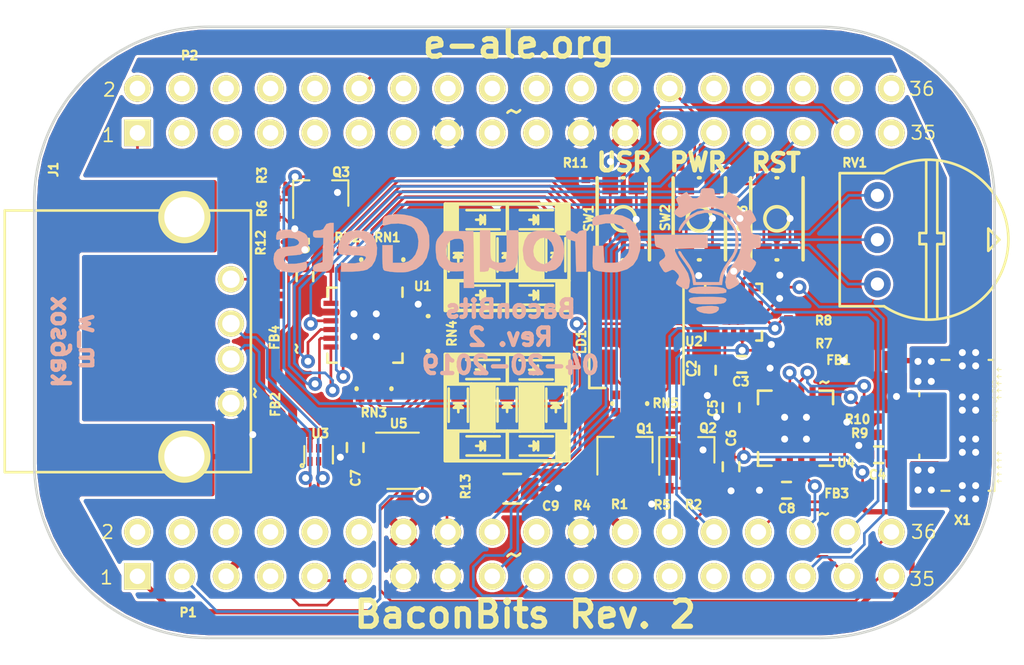
<source format=kicad_pcb>
(kicad_pcb (version 20190331) (host pcbnew "(5.1.0-218-ge90452d)")
  (title_block (title "<Add project name here>") (date "2017-08-14"))
  (layers (0 "Top" signal) (31 "Bottom" signal) (34 "B.Paste" user) (35 "F.Paste" user) (36 "B.SilkS" user) (37 "F.SilkS" user) (38 "B.Mask" user) (39 "F.Mask" user) (44 "Edge.Cuts" user))
  (net 0 "")
  (net 1 "GND")
  (net 2 "SYS_5V")
  (net 3 "Net-(Q2-Pad1)")
  (net 4 "Net-(Q2-Pad3)")
  (net 5 "Net-(Q1-Pad3)")
  (net 6 "Net-(Q1-Pad1)")
  (net 7 "Net-(Q3-Pad1)")
  (net 8 "Net-(Q3-Pad3)")
  (net 9 "RESET#")
  (net 10 "+3V3")
  (net 11 "SPI_MOSI")
  (net 12 "SPI_MISO")
  (net 13 "SPI_CLK")
  (net 14 "SPI_nCS")
  (net 15 "Net-(U3-Pad5)")
  (net 16 "Net-(X1-PadID)")
  (net 17 "Net-(C3-Pad1)")
  (net 18 "PWM_BLUE")
  (net 19 "PWM_GREEN")
  (net 20 "PWM_RED")
  (net 21 "Net-(C4-Pad1)")
  (net 22 "LDF1")
  (net 23 "LDE1")
  (net 24 "LDG1")
  (net 25 "LDC2")
  (net 26 "LDB2")
  (net 27 "LDD2")
  (net 28 "LDG2")
  (net 29 "LDA2")
  (net 30 "LDE2")
  (net 31 "LDF2")
  (net 32 "LDC1")
  (net 33 "LDD1")
  (net 34 "LDA1")
  (net 35 "LDB1")
  (net 36 "Net-(RN1-Pad7)")
  (net 37 "Net-(RN1-Pad6)")
  (net 38 "Net-(RN1-Pad5)")
  (net 39 "Net-(RN2-Pad8)")
  (net 40 "Net-(RN2-Pad7)")
  (net 41 "Net-(RN2-Pad6)")
  (net 42 "Net-(RN2-Pad5)")
  (net 43 "Net-(U1-Pad14)")
  (net 44 "Net-(RN3-Pad8)")
  (net 45 "Net-(RN3-Pad7)")
  (net 46 "Net-(RN3-Pad6)")
  (net 47 "Net-(RN3-Pad5)")
  (net 48 "Net-(RN4-Pad8)")
  (net 49 "Net-(RN4-Pad7)")
  (net 50 "Net-(RN4-Pad6)")
  (net 51 "Net-(RN4-Pad5)")
  (net 52 "Net-(RN1-Pad8)")
  (net 53 "Net-(RN2-Pad4)")
  (net 54 "Net-(RN4-Pad4)")
  (net 55 "Net-(RN5-Pad1)")
  (net 56 "Net-(RN5-Pad8)")
  (net 57 "ANALOG_IN")
  (net 58 "ADC_GND")
  (net 59 "ADC_PWR")
  (net 60 "GPIO_BTN")
  (net 61 "ACC_INT1")
  (net 62 "UART0_RX")
  (net 63 "UART0_TX")
  (net 64 "I2C_SCL")
  (net 65 "I2C_SDA")
  (net 66 "USB1_D+")
  (net 67 "USB1_D-")
  (net 68 "USB1_VBUS")
  (net 69 "ACC_INT2")
  (net 70 "GNDPWR")
  (net 71 "Net-(FB4-Pad1)")
  (net 72 "Net-(R10-Pad1)")
  (net 73 "Net-(R9-Pad1)")
  (net 74 "Net-(R10-Pad2)")
  (net 75 "Net-(R9-Pad2)")
  (net 76 "Net-(LD1-Pad1)")
  (net 77 "Net-(LD1-Pad2)")
  (net 78 "Net-(LD1-Pad3)")
  (net 79 "FTDI_3V3")
  (net 80 "Net-(U4-Pad4)")
  (net 81 "Net-(U4-Pad5)")
  (net 82 "Net-(U4-Pad11)")
  (net 83 "Net-(U4-Pad12)")
  (net 84 "Net-(U4-Pad14)")
  (net 85 "Net-(U4-Pad16)")
  (net 86 "Net-(U3-Pad3)")
  (net 87 "PWR#")
  (net 88 "Net-(P1-Pad12)")
  (net 89 "Net-(P1-Pad10)")
  (net 90 "Net-(P1-Pad8)")
  (net 91 "Net-(P1-Pad6)")
  (net 92 "Net-(P2-Pad3)")
  (net 93 "Net-(P1-Pad4)")
  (net 94 "Net-(P1-Pad2)")
  (net 95 "DBG_VBUS")
  (net 96 "Net-(P2-Pad36)")
  (net 97 "Net-(P2-Pad35)")
  (net 98 "Net-(P2-Pad34)")
  (net 99 "Net-(P2-Pad32)")
  (net 100 "Net-(P2-Pad30)")
  (net 101 "Net-(P2-Pad28)")
  (net 102 "Net-(P2-Pad24)")
  (net 103 "Net-(P2-Pad22)")
  (net 104 "Net-(P2-Pad20)")
  (net 105 "Net-(P2-Pad19)")
  (net 106 "Net-(P2-Pad18)")
  (net 107 "Net-(P2-Pad17)")
  (net 108 "Net-(P2-Pad16)")
  (net 109 "Net-(P2-Pad14)")
  (net 110 "Net-(P2-Pad13)")
  (net 111 "Net-(P2-Pad11)")
  (net 112 "Net-(P2-Pad10)")
  (net 113 "Net-(P2-Pad9)")
  (net 114 "Net-(P2-Pad8)")
  (net 115 "Net-(P2-Pad7)")
  (net 116 "Net-(P2-Pad6)")
  (net 117 "Net-(P2-Pad5)")
  (net 118 "Net-(P2-Pad4)")
  (net 119 "Net-(P2-Pad2)")
  (net 120 "Net-(P1-Pad29)")
  (net 121 "Net-(P1-Pad27)")
  (net 122 "Net-(P1-Pad25)")
  (net 123 "Net-(P1-Pad23)")
  (net 124 "Net-(P1-Pad21)")
  (net 125 "Net-(P1-Pad20)")
  (net 126 "PWM_RED_ALT")
  (net 127 "Net-(U5-Pad3)")
  (net 128 "USB1_DRV_VBUS")
  (net 129 "Net-(P1-Pad7)")
  (module "PocketBeagle.pretty:GroupGets" (layer "Bottom") (at 148.4757 100.3427 180)
    (fp_text reference "G***" hide)
    (fp_text value "LOGO" hide)
  )
  (module "PocketBeagle.pretty:FIDUCIAL_40MIL" (layer "Top") (at 173.5201 93.6117)
    (fp_text reference "*G2" hide)
    (fp_text value "FIDUCIAL" hide)
    (pad "P$1" smd circle (at 0 0) (size 1.016 1.016) (layers "Top" "F.Mask") (clearance 0.35))
  )
  (module "PocketBeagle.pretty:FIDUCIAL_40MIL" (layer "Top") (at 123.7107 116.5987)
    (fp_text reference "*G1" hide)
    (fp_text value "FIDUCIAL" hide)
    (pad "P$1" smd circle (at 0 0) (size 1.016 1.016) (layers "Top" "F.Mask") (clearance 0.35))
  )
  (module "Capacitors_SMD:C_0805" (layer "Top") (at 148.3741 113.9571)
    (fp_text reference "C9" (at 2.2098 0.9906) (layer "F.SilkS") (effects (font (size 0.5 0.5) (thickness 0.125))))
    (fp_text value "10uF")
    (pad "1" smd rect (at -1 0) (size 1 1.25) (layers "Top" "F.Paste" "F.Mask") (net 2 "SYS_5V"))
    (pad "2" smd rect (at 1 0) (size 1 1.25) (layers "Top" "F.Paste" "F.Mask") (net 1 "GND"))
  )
  (module "PocketBeagle.pretty:0402" (layer "Top") (at 144.6403 113.8047 270)
    (fp_text reference "R13" (at 0.0254 -1.0668 270) (layer "F.SilkS") (effects (font (size 0.5 0.5) (thickness 0.125))))
    (fp_text value "4.7K" hide)
    (pad "1" smd rect (at -0.49784 0 270) (size 0.49784 0.59944) (layers "Top" "F.Paste" "F.Mask") (net 128 "USB1_DRV_VBUS"))
    (pad "2" smd rect (at 0.49784 0 270) (size 0.49784 0.59944) (layers "Top" "F.Paste" "F.Mask") (net 1 "GND"))
  )
  (module "TO_SOT_Packages_SMD:SOT-23-5" (layer "Top") (at 142.1257 112.3569)
    (fp_text reference "U5" (at -0.254 -2.1336) (layer "F.SilkS") (effects (font (size 0.5 0.5) (thickness 0.125))))
    (fp_text value "TPS2051C" hide)
    (pad "1" smd rect (at -1.1 -0.95) (size 1.06 0.65) (layers "Top" "F.Paste" "F.Mask") (net 68 "USB1_VBUS"))
    (pad "2" smd rect (at -1.1 0) (size 1.06 0.65) (layers "Top" "F.Paste" "F.Mask") (net 1 "GND"))
    (pad "3" smd rect (at -1.1 0.95) (size 1.06 0.65) (layers "Top" "F.Paste" "F.Mask") (net 127 "Net-(U5-Pad3)"))
    (pad "4" smd rect (at 1.1 0.95) (size 1.06 0.65) (layers "Top" "F.Paste" "F.Mask") (net 128 "USB1_DRV_VBUS"))
    (pad "5" smd rect (at 1.1 -0.95) (size 1.06 0.65) (layers "Top" "F.Paste" "F.Mask") (net 2 "SYS_5V"))
  )
  (module "PocketBeagle.pretty:LED_RGB_PLLC-6" (layer "Top") (at 155.4861 104.7877 90)
    (fp_text reference "LD1" (at -0.762 -3.1496 90) (layer "F.SilkS") (effects (font (size 0.5 0.5) (thickness 0.125))))
    (fp_text value "LED_BGR" hide)
    (pad "1" smd rect (at -2.2 -1.8 180) (size 1.4 2) (layers "Top" "F.Paste" "F.Mask") (net 76 "Net-(LD1-Pad1)"))
    (pad "2" smd rect (at -2.2 0 180) (size 1 2) (layers "Top" "F.Paste" "F.Mask") (net 77 "Net-(LD1-Pad2)"))
    (pad "3" smd rect (at -2.2 1.8 180) (size 1.4 2) (layers "Top" "F.Paste" "F.Mask") (net 78 "Net-(LD1-Pad3)"))
    (pad "4" smd rect (at 2.2 1.8 180) (size 1.4 2) (layers "Top" "F.Paste" "F.Mask") (net 10 "+3V3"))
    (pad "5" smd rect (at 2.2 0 180) (size 1 2) (layers "Top" "F.Paste" "F.Mask") (net 10 "+3V3"))
    (pad "6" smd rect (at 2.2 -1.8 180) (size 1.4 2) (layers "Top" "F.Paste" "F.Mask") (net 10 "+3V3"))
  )
  (module "PocketBeagle.pretty:TH-2X18-(35MIL-DIA)-W_O-SILK" (layer "Top") (at 148.5011 117.7036)
    (fp_text reference "P1" (at -18.68678 3.34518) (layer "F.SilkS") (effects (font (size 0.5 0.5) (thickness 0.125))))
    (fp_text value "~" (at 0 0) (layer "F.SilkS") (effects (font (size 1.524 1.524))))
    (pad "36" thru_hole circle (at 21.59 -1.27) (size 1.524 1.524) (drill 0.889) (layers *.Cu *.Mask "F.SilkS") (net 18 "PWM_BLUE"))
    (pad "35" thru_hole circle (at 21.59 1.27) (size 1.524 1.524) (drill 0.889) (layers *.Cu *.Mask "F.SilkS") (net 126 "PWM_RED_ALT"))
    (pad "34" thru_hole circle (at 19.05 -1.27) (size 1.524 1.524) (drill 0.889) (layers *.Cu *.Mask "F.SilkS") (net 61 "ACC_INT1"))
    (pad "33" thru_hole circle (at 19.05 1.27) (size 1.524 1.524) (drill 0.889) (layers *.Cu *.Mask "F.SilkS") (net 19 "PWM_GREEN"))
    (pad "32" thru_hole circle (at 16.51 -1.27) (size 1.524 1.524) (drill 0.889) (layers *.Cu *.Mask "F.SilkS") (net 62 "UART0_RX"))
    (pad "31" thru_hole circle (at 16.51 1.27) (size 1.524 1.524) (drill 0.889) (layers *.Cu *.Mask "F.SilkS") (net 69 "ACC_INT2"))
    (pad "30" thru_hole circle (at 13.97 -1.27) (size 1.524 1.524) (drill 0.889) (layers *.Cu *.Mask "F.SilkS") (net 63 "UART0_TX"))
    (pad "29" thru_hole circle (at 13.97 1.27) (size 1.524 1.524) (drill 0.889) (layers *.Cu *.Mask "F.SilkS") (net 120 "Net-(P1-Pad29)"))
    (pad "28" thru_hole circle (at 11.43 -1.27) (size 1.524 1.524) (drill 0.889) (layers *.Cu *.Mask "F.SilkS") (net 64 "I2C_SCL"))
    (pad "27" thru_hole circle (at 11.43 1.27) (size 1.524 1.524) (drill 0.889) (layers *.Cu *.Mask "F.SilkS") (net 121 "Net-(P1-Pad27)"))
    (pad "26" thru_hole circle (at 8.89 -1.27) (size 1.524 1.524) (drill 0.889) (layers *.Cu *.Mask "F.SilkS") (net 65 "I2C_SDA"))
    (pad "25" thru_hole circle (at 8.89 1.27) (size 1.524 1.524) (drill 0.889) (layers *.Cu *.Mask "F.SilkS") (net 122 "Net-(P1-Pad25)"))
    (pad "24" thru_hole circle (at 6.35 -1.27) (size 1.524 1.524) (drill 0.889) (layers *.Cu *.Mask "F.SilkS") (net 2 "SYS_5V"))
    (pad "23" thru_hole circle (at 6.35 1.27) (size 1.524 1.524) (drill 0.889) (layers *.Cu *.Mask "F.SilkS") (net 123 "Net-(P1-Pad23)"))
    (pad "22" thru_hole circle (at 3.81 -1.27) (size 1.524 1.524) (drill 0.889) (layers *.Cu *.Mask "F.SilkS") (net 1 "GND"))
    (pad "21" thru_hole circle (at 3.81 1.27) (size 1.524 1.524) (drill 0.889) (layers *.Cu *.Mask "F.SilkS") (net 124 "Net-(P1-Pad21)"))
    (pad "20" thru_hole circle (at 1.27 -1.27) (size 1.524 1.524) (drill 0.889) (layers *.Cu *.Mask "F.SilkS") (net 125 "Net-(P1-Pad20)"))
    (pad "19" thru_hole circle (at 1.27 1.27) (size 1.524 1.524) (drill 0.889) (layers *.Cu *.Mask "F.SilkS") (net 57 "ANALOG_IN"))
    (pad "18" thru_hole circle (at -1.27 -1.27) (size 1.524 1.524) (drill 0.889) (layers *.Cu *.Mask "F.SilkS") (net 59 "ADC_PWR"))
    (pad "17" thru_hole circle (at -1.27 1.27) (size 1.524 1.524) (drill 0.889) (layers *.Cu *.Mask "F.SilkS") (net 58 "ADC_GND"))
    (pad "16" thru_hole circle (at -3.81 -1.27) (size 1.524 1.524) (drill 0.889) (layers *.Cu *.Mask "F.SilkS") (net 1 "GND"))
    (pad "15" thru_hole circle (at -3.81 1.27) (size 1.524 1.524) (drill 0.889) (layers *.Cu *.Mask "F.SilkS") (net 1 "GND"))
    (pad "14" thru_hole circle (at -6.35 -1.27) (size 1.524 1.524) (drill 0.889) (layers *.Cu *.Mask "F.SilkS") (net 10 "+3V3"))
    (pad "13" thru_hole circle (at -6.35 1.27) (size 1.524 1.524) (drill 0.889) (layers *.Cu *.Mask "F.SilkS") (net 1 "GND"))
    (pad "12" thru_hole circle (at -8.89 -1.27) (size 1.524 1.524) (drill 0.889) (layers *.Cu *.Mask "F.SilkS") (net 88 "Net-(P1-Pad12)"))
    (pad "11" thru_hole circle (at -8.89 1.27) (size 1.524 1.524) (drill 0.889) (layers *.Cu *.Mask "F.SilkS") (net 66 "USB1_D+"))
    (pad "10" thru_hole circle (at -11.43 -1.27) (size 1.524 1.524) (drill 0.889) (layers *.Cu *.Mask "F.SilkS") (net 89 "Net-(P1-Pad10)"))
    (pad "9" thru_hole circle (at -11.43 1.27) (size 1.524 1.524) (drill 0.889) (layers *.Cu *.Mask "F.SilkS") (net 67 "USB1_D-"))
    (pad "8" thru_hole circle (at -13.97 -1.27) (size 1.524 1.524) (drill 0.889) (layers *.Cu *.Mask "F.SilkS") (net 90 "Net-(P1-Pad8)"))
    (pad "7" thru_hole circle (at -13.97 1.27) (size 1.524 1.524) (drill 0.889) (layers *.Cu *.Mask "F.SilkS") (net 129 "Net-(P1-Pad7)"))
    (pad "6" thru_hole circle (at -16.51 -1.27) (size 1.524 1.524) (drill 0.889) (layers *.Cu *.Mask "F.SilkS") (net 91 "Net-(P1-Pad6)"))
    (pad "5" thru_hole circle (at -16.51 1.27) (size 1.524 1.524) (drill 0.889) (layers *.Cu *.Mask "F.SilkS") (net 68 "USB1_VBUS"))
    (pad "4" thru_hole circle (at -19.05 -1.27) (size 1.524 1.524) (drill 0.889) (layers *.Cu *.Mask "F.SilkS") (net 93 "Net-(P1-Pad4)"))
    (pad "3" thru_hole circle (at -19.05 1.27) (size 1.524 1.524) (drill 0.889) (layers *.Cu *.Mask "F.SilkS") (net 128 "USB1_DRV_VBUS"))
    (pad "2" thru_hole circle (at -21.59 -1.27) (size 1.524 1.524) (drill 0.889) (layers *.Cu *.Mask "F.SilkS") (net 94 "Net-(P1-Pad2)"))
    (pad "1" thru_hole rect (at -21.59 1.27) (size 1.524 1.524) (drill 0.889) (layers *.Cu *.Mask "F.SilkS") (net 95 "DBG_VBUS"))
  )
  (module "PocketBeagle.pretty:0402" (layer "Top") (at 134.80542 99.82708 90)
    (fp_text reference "R12" (at -0.04318 -0.83058 90) (layer "F.SilkS") (effects (font (size 0.5 0.5) (thickness 0.125))))
    (fp_text value "4.7K" hide)
    (pad "1" smd rect (at -0.49784 0 90) (size 0.49784 0.59944) (layers "Top" "F.Paste" "F.Mask") (net 126 "PWM_RED_ALT"))
    (pad "2" smd rect (at 0.49784 0 90) (size 0.49784 0.59944) (layers "Top" "F.Paste" "F.Mask") (net 7 "Net-(Q3-Pad1)"))
  )
  (module "PocketBeagle.pretty:MINI_PUSHBUTTON" (layer "Top") (at 159.09036 98.49866 90)
    (fp_text reference "SW2" (at 0.07112 -1.95072 90) (layer "F.SilkS") (effects (font (size 0.5 0.5) (thickness 0.125))))
    (fp_text value "BTN" hide)
    (pad "4" smd rect (at 1.99898 0.7493 90) (size 1.19888 0.89916) (layers "Top" "F.Paste" "F.Mask") (net 1 "GND"))
    (pad "3" smd rect (at -1.99898 0.7493 90) (size 1.19888 0.89916) (layers "Top" "F.Paste" "F.Mask") (net 1 "GND"))
    (pad "2" smd rect (at 1.99898 -0.7493 90) (size 1.19888 0.89916) (layers "Top" "F.Paste" "F.Mask") (net 87 "PWR#"))
    (pad "1" smd rect (at -1.99898 -0.7493 90) (size 1.19888 0.89916) (layers "Top" "F.Paste" "F.Mask") (net 87 "PWR#"))
  )
  (module "PocketBeagle.pretty:MINI_PUSHBUTTON" (layer "Top") (at 163.53536 98.49866 90)
    (fp_text reference "SW3" (at 0.0254 -1.96596 90) (layer "F.SilkS") (effects (font (size 0.5 0.5) (thickness 0.125))))
    (fp_text value "BTN" hide)
    (pad "1" smd rect (at -1.99898 -0.7493 90) (size 1.19888 0.89916) (layers "Top" "F.Paste" "F.Mask") (net 9 "RESET#"))
    (pad "2" smd rect (at 1.99898 -0.7493 90) (size 1.19888 0.89916) (layers "Top" "F.Paste" "F.Mask") (net 9 "RESET#"))
    (pad "3" smd rect (at -1.99898 0.7493 90) (size 1.19888 0.89916) (layers "Top" "F.Paste" "F.Mask") (net 1 "GND"))
    (pad "4" smd rect (at 1.99898 0.7493 90) (size 1.19888 0.89916) (layers "Top" "F.Paste" "F.Mask") (net 1 "GND"))
  )
  (module "PocketBeagle.pretty:MMA8452QR1" (layer "Top") (at 161.05378 103.84536 90)
    (fp_text reference "U2" (at -1.67894 -2.26568 180) (layer "F.SilkS") (effects (font (size 0.5 0.5) (thickness 0.125))))
    (fp_text value "MMA8452QR1" hide)
    (pad "1" smd rect (at -1.275 -1 90) (size 0.813 0.305) (layers "Top" "F.Paste" "F.Mask") (net 10 "+3V3"))
    (pad "2" smd rect (at -1.275 -0.5 90) (size 0.813 0.305) (layers "Top" "F.Paste" "F.Mask") (net 17 "Net-(C3-Pad1)"))
    (pad "3" smd rect (at -1.275 0 90) (size 0.813 0.305) (layers "Top" "F.Paste" "F.Mask"))
    (pad "4" smd rect (at -1.275 0.5 90) (size 0.813 0.305) (layers "Top" "F.Paste" "F.Mask") (net 64 "I2C_SCL"))
    (pad "5" smd rect (at -1.275 1 90) (size 0.813 0.305) (layers "Top" "F.Paste" "F.Mask") (net 1 "GND"))
    (pad "6" smd rect (at -0.5 1.275 180) (size 0.813 0.305) (layers "Top" "F.Paste" "F.Mask") (net 65 "I2C_SDA"))
    (pad "7" smd rect (at 0 1.275 180) (size 0.813 0.305) (layers "Top" "F.Paste" "F.Mask") (net 1 "GND"))
    (pad "8" smd rect (at 0.5 1.275 180) (size 0.813 0.305) (layers "Top" "F.Paste" "F.Mask"))
    (pad "9" smd rect (at 1.275 1 90) (size 0.813 0.305) (layers "Top" "F.Paste" "F.Mask") (net 69 "ACC_INT2"))
    (pad "10" smd rect (at 1.275 0.5 90) (size 0.813 0.305) (layers "Top" "F.Paste" "F.Mask") (net 1 "GND"))
    (pad "11" smd rect (at 1.275 0 90) (size 0.813 0.305) (layers "Top" "F.Paste" "F.Mask") (net 61 "ACC_INT1"))
    (pad "12" smd rect (at 1.275 -0.5 90) (size 0.813 0.305) (layers "Top" "F.Paste" "F.Mask") (net 1 "GND"))
    (pad "13" smd rect (at 1.275 -1 90) (size 0.813 0.305) (layers "Top" "F.Paste" "F.Mask"))
    (pad "14" smd rect (at 0.5 -1.275 180) (size 0.813 0.305) (layers "Top" "F.Paste" "F.Mask") (net 10 "+3V3"))
    (pad "15" smd rect (at 0 -1.275 180) (size 0.813 0.305) (layers "Top" "F.Paste" "F.Mask"))
    (pad "16" smd rect (at -0.5 -1.275 180) (size 0.813 0.305) (layers "Top" "F.Paste" "F.Mask"))
  )
  (module "PocketBeagle.pretty:3352T-1" (layer "Top") (at 169.291 99.695 270)
    (fp_text reference "RV1" (at -4.40436 1.30048) (layer "F.SilkS") (effects (font (size 0.5 0.5) (thickness 0.125))))
    (fp_text value "3352T-1-502LF" hide)
    (pad "3" thru_hole circle (at 2.54 0 270) (size 1.524 1.524) (drill 0.762) (layers *.Cu *.Mask) (net 58 "ADC_GND"))
    (pad "2" thru_hole circle (at 0 0 270) (size 1.524 1.524) (drill 0.762) (layers *.Cu *.Mask) (net 57 "ANALOG_IN"))
    (pad "1" thru_hole circle (at -2.54 0 270) (size 1.524 1.524) (drill 0.762) (layers *.Cu *.Mask) (net 59 "ADC_PWR"))
  )
  (module "Connect:USB_A" (layer "Top") (at 132.26288 101.95814 270)
    (fp_text reference "J1" (at -6.28 10.16 270) (layer "F.SilkS") (effects (font (size 0.5 0.5) (thickness 0.125))))
    (fp_text value "USB_A" hide)
    (pad "4" thru_hole circle (at 7.11286 -0.00212 180) (size 1.50114 1.50114) (drill 1.00076) (layers *.Cu *.Mask "F.SilkS") (net 1 "GND"))
    (pad "3" thru_hole circle (at 4.57286 -0.00212 180) (size 1.50114 1.50114) (drill 1.00076) (layers *.Cu *.Mask "F.SilkS") (net 66 "USB1_D+"))
    (pad "2" thru_hole circle (at 2.54086 -0.00212 180) (size 1.50114 1.50114) (drill 1.00076) (layers *.Cu *.Mask "F.SilkS") (net 67 "USB1_D-"))
    (pad "1" thru_hole circle (at 0.00086 -0.00212 180) (size 1.50114 1.50114) (drill 1.00076) (layers *.Cu *.Mask "F.SilkS") (net 71 "Net-(FB4-Pad1)"))
    (pad "5" thru_hole circle (at 10.16086 2.66488 180) (size 2.99974 2.99974) (drill 2.30124) (layers *.Cu *.Mask "F.SilkS") (net 70 "GNDPWR"))
    (pad "5" thru_hole circle (at -3.55514 2.66488 180) (size 2.99974 2.99974) (drill 2.30124) (layers *.Cu *.Mask "F.SilkS") (net 70 "GNDPWR"))
  )
  (module "Capacitors_SMD:C_0402" (layer "Top") (at 161.5186 106.8324)
    (fp_text reference "C3" (at -0.0508 0.9906) (layer "F.SilkS") (effects (font (size 0.5 0.5) (thickness 0.125))))
    (fp_text value "0.1uF" hide)
    (pad "1" smd rect (at -0.55 0) (size 0.6 0.5) (layers "Top" "F.Paste" "F.Mask") (net 17 "Net-(C3-Pad1)"))
    (pad "2" smd rect (at 0.55 0) (size 0.6 0.5) (layers "Top" "F.Paste" "F.Mask") (net 1 "GND"))
  )
  (module "Capacitors_SMD:C_0402" (layer "Top") (at 169.36 112.014 180)
    (fp_text reference "C4" (at 0.069 -1.143 180) (layer "F.SilkS") (effects (font (size 0.5 0.5) (thickness 0.125))))
    (fp_text value "10nF" hide)
    (pad "2" smd rect (at 0.55 0 180) (size 0.6 0.5) (layers "Top" "F.Paste" "F.Mask") (net 1 "GND"))
    (pad "1" smd rect (at -0.55 0 180) (size 0.6 0.5) (layers "Top" "F.Paste" "F.Mask") (net 21 "Net-(C4-Pad1)"))
  )
  (module "Capacitors_SMD:C_0402" (layer "Top") (at 160.909 109.305 270)
    (fp_text reference "C5" (at 0.04318 1.0398 270) (layer "F.SilkS") (effects (font (size 0.5 0.5) (thickness 0.125))))
    (fp_text value "0.1uF" hide)
    (pad "1" smd rect (at -0.55 0 270) (size 0.6 0.5) (layers "Top" "F.Paste" "F.Mask") (net 79 "FTDI_3V3"))
    (pad "2" smd rect (at 0.55 0 270) (size 0.6 0.5) (layers "Top" "F.Paste" "F.Mask") (net 1 "GND"))
  )
  (module "Capacitors_SMD:C_0402" (layer "Top") (at 164.084 114.046 180)
    (fp_text reference "C8" (at -0.01656 -1.04376 180) (layer "F.SilkS") (effects (font (size 0.5 0.5) (thickness 0.125))))
    (fp_text value "0.1uF" hide)
    (pad "2" smd rect (at 0.55 0 180) (size 0.6 0.5) (layers "Top" "F.Paste" "F.Mask") (net 1 "GND"))
    (pad "1" smd rect (at -0.55 0 180) (size 0.6 0.5) (layers "Top" "F.Paste" "F.Mask") (net 79 "FTDI_3V3"))
  )
  (module "Capacitors_SMD:C_0402" (layer "Top") (at 139.3825 111.5949 270)
    (fp_text reference "C7" (at 1.7526 -0.0254 270) (layer "F.SilkS") (effects (font (size 0.5 0.5) (thickness 0.125))))
    (fp_text value "0.1uF" hide)
    (pad "1" smd rect (at -0.55 0 270) (size 0.6 0.5) (layers "Top" "F.Paste" "F.Mask") (net 68 "USB1_VBUS"))
    (pad "2" smd rect (at 0.55 0 270) (size 0.6 0.5) (layers "Top" "F.Paste" "F.Mask") (net 1 "GND"))
  )
  (module "Capacitors_SMD:C_0402" (layer "Top") (at 160.909 112.6998 270)
    (fp_text reference "C6" (at -1.64846 -0.01016 270) (layer "F.SilkS") (effects (font (size 0.5 0.5) (thickness 0.125))))
    (fp_text value "0.1uF" hide)
    (pad "2" smd rect (at 0.55 0 270) (size 0.6 0.5) (layers "Top" "F.Paste" "F.Mask") (net 1 "GND"))
    (pad "1" smd rect (at -0.55 0 270) (size 0.6 0.5) (layers "Top" "F.Paste" "F.Mask") (net 95 "DBG_VBUS"))
  )
  (module "Capacitors_SMD:C_0402" (layer "Top") (at 159.5501 107.1753 270)
    (fp_text reference "C2" (at -0.1016 0.889 270) (layer "F.SilkS") (effects (font (size 0.5 0.5) (thickness 0.125))))
    (fp_text value "0.1uF" hide)
    (pad "1" smd rect (at -0.55 0 270) (size 0.6 0.5) (layers "Top" "F.Paste" "F.Mask") (net 10 "+3V3"))
    (pad "2" smd rect (at 0.55 0 270) (size 0.6 0.5) (layers "Top" "F.Paste" "F.Mask") (net 1 "GND"))
  )
  (module "Housings_DFN_QFN:QFN-16-1EP_4x4mm_Pitch0.65mm" (layer "Top") (at 164.602 110.49 180)
    (fp_text reference "U4" (at -2.89542 -1.96902 180) (layer "F.SilkS") (effects (font (size 0.5 0.5) (thickness 0.125))))
    (fp_text value "FT230XQ" hide)
    (pad "1" smd rect (at -2 -0.975 180) (size 0.8 0.35) (layers "Top" "F.Paste" "F.Mask") (net 79 "FTDI_3V3"))
    (pad "2" smd rect (at -2 -0.325 180) (size 0.8 0.35) (layers "Top" "F.Paste" "F.Mask") (net 63 "UART0_TX"))
    (pad "3" smd rect (at -2 0.325 180) (size 0.8 0.35) (layers "Top" "F.Paste" "F.Mask") (net 1 "GND"))
    (pad "4" smd rect (at -2 0.975 180) (size 0.8 0.35) (layers "Top" "F.Paste" "F.Mask") (net 80 "Net-(U4-Pad4)"))
    (pad "5" smd rect (at -0.975 2 270) (size 0.8 0.35) (layers "Top" "F.Paste" "F.Mask") (net 81 "Net-(U4-Pad5)"))
    (pad "6" smd rect (at -0.325 2 270) (size 0.8 0.35) (layers "Top" "F.Paste" "F.Mask") (net 74 "Net-(R10-Pad2)"))
    (pad "7" smd rect (at 0.325 2 270) (size 0.8 0.35) (layers "Top" "F.Paste" "F.Mask") (net 75 "Net-(R9-Pad2)"))
    (pad "8" smd rect (at 0.975 2 270) (size 0.8 0.35) (layers "Top" "F.Paste" "F.Mask") (net 79 "FTDI_3V3"))
    (pad "9" smd rect (at 2 0.975 180) (size 0.8 0.35) (layers "Top" "F.Paste" "F.Mask") (net 79 "FTDI_3V3"))
    (pad "10" smd rect (at 2 0.325 180) (size 0.8 0.35) (layers "Top" "F.Paste" "F.Mask") (net 95 "DBG_VBUS"))
    (pad "11" smd rect (at 2 -0.325 180) (size 0.8 0.35) (layers "Top" "F.Paste" "F.Mask") (net 82 "Net-(U4-Pad11)"))
    (pad "12" smd rect (at 2 -0.975 180) (size 0.8 0.35) (layers "Top" "F.Paste" "F.Mask") (net 83 "Net-(U4-Pad12)"))
    (pad "13" smd rect (at 0.975 -2 270) (size 0.8 0.35) (layers "Top" "F.Paste" "F.Mask") (net 1 "GND"))
    (pad "14" smd rect (at 0.325 -2 270) (size 0.8 0.35) (layers "Top" "F.Paste" "F.Mask") (net 84 "Net-(U4-Pad14)"))
    (pad "15" smd rect (at -0.325 -2 270) (size 0.8 0.35) (layers "Top" "F.Paste" "F.Mask") (net 62 "UART0_RX"))
    (pad "16" smd rect (at -0.975 -2 270) (size 0.8 0.35) (layers "Top" "F.Paste" "F.Mask") (net 85 "Net-(U4-Pad16)"))
    (pad "17" smd rect (at 0.625 0.625 180) (size 1.25 1.25) (layers "Top" "F.Paste" "F.Mask") (net 1 "GND"))
    (pad "17" smd rect (at 0.625 -0.625 180) (size 1.25 1.25) (layers "Top" "F.Paste" "F.Mask") (net 1 "GND"))
    (pad "17" smd rect (at -0.625 0.625 180) (size 1.25 1.25) (layers "Top" "F.Paste" "F.Mask") (net 1 "GND"))
    (pad "17" smd rect (at -0.625 -0.625 180) (size 1.25 1.25) (layers "Top" "F.Paste" "F.Mask") (net 1 "GND"))
  )
  (module "LEDs:LED-0603" (layer "Top") (at 149.606 98.552 180)
    (fp_text reference "LD15" hide)
    (fp_text value "LED_Small_ALT" hide)
    (pad "2" smd rect (at 0.7493 0) (size 0.79756 0.79756) (layers "Top" "F.Paste" "F.Mask") (net 10 "+3V3"))
    (pad "1" smd rect (at -0.7493 0) (size 0.79756 0.79756) (layers "Top" "F.Paste" "F.Mask") (net 25 "LDC2"))
  )
  (module "PocketBeagle.pretty:0402" (layer "Top") (at 152.09266 96.15424)
    (fp_text reference "R11" (at -0.0889 -0.85852) (layer "F.SilkS") (effects (font (size 0.5 0.5) (thickness 0.125))))
    (fp_text value "4.7K" hide)
    (pad "2" smd rect (at 0.49784 0) (size 0.49784 0.59944) (layers "Top" "F.Paste" "F.Mask") (net 60 "GPIO_BTN"))
    (pad "1" smd rect (at -0.49784 0) (size 0.49784 0.59944) (layers "Top" "F.Paste" "F.Mask") (net 10 "+3V3"))
  )
  (module "PocketBeagle.pretty:0402" (layer "Top") (at 169.78672 110.871 180)
    (fp_text reference "R9" (at 1.51172 0.09208 180) (layer "F.SilkS") (effects (font (size 0.5 0.5) (thickness 0.125))))
    (fp_text value "22" hide)
    (pad "1" smd rect (at -0.49784 0 180) (size 0.49784 0.59944) (layers "Top" "F.Paste" "F.Mask") (net 73 "Net-(R9-Pad1)"))
    (pad "2" smd rect (at 0.49784 0 180) (size 0.49784 0.59944) (layers "Top" "F.Paste" "F.Mask") (net 75 "Net-(R9-Pad2)"))
  )
  (module "PocketBeagle.pretty:0402" (layer "Top") (at 164.6936 104.3178 180)
    (fp_text reference "R8" (at -1.51416 -0.01 180) (layer "F.SilkS") (effects (font (size 0.5 0.5) (thickness 0.125))))
    (fp_text value "4.7K" hide)
    (pad "2" smd rect (at 0.49784 0 180) (size 0.49784 0.59944) (layers "Top" "F.Paste" "F.Mask") (net 65 "I2C_SDA"))
    (pad "1" smd rect (at -0.49784 0 180) (size 0.49784 0.59944) (layers "Top" "F.Paste" "F.Mask") (net 10 "+3V3"))
  )
  (module "PocketBeagle.pretty:0402" (layer "Top") (at 169.79392 109.93374 180)
    (fp_text reference "R10" (at 1.64592 -0.04826 180) (layer "F.SilkS") (effects (font (size 0.5 0.5) (thickness 0.125))))
    (fp_text value "22" hide)
    (pad "1" smd rect (at -0.49784 0 180) (size 0.49784 0.59944) (layers "Top" "F.Paste" "F.Mask") (net 72 "Net-(R10-Pad1)"))
    (pad "2" smd rect (at 0.49784 0 180) (size 0.49784 0.59944) (layers "Top" "F.Paste" "F.Mask") (net 74 "Net-(R10-Pad2)"))
  )
  (module "PocketBeagle.pretty:0603" (layer "Top") (at 169.291 114.173 180)
    (fp_text reference "FB3" (at 2.3331 -0.05678 180) (layer "F.SilkS") (effects (font (size 0.5 0.5) (thickness 0.125))))
    (fp_text value "~" (at 3.048 -1.2065 180) (layer "F.SilkS") (effects (font (size 1.016 1.016) (thickness 0.127))))
    (pad "2" smd rect (at 0.84836 0 180) (size 0.99822 1.09982) (layers "Top" "F.Paste" "F.Mask") (net 95 "DBG_VBUS"))
    (pad "1" smd rect (at -0.84836 0 180) (size 0.99822 1.09982) (layers "Top" "F.Paste" "F.Mask") (net 21 "Net-(C4-Pad1)"))
  )
  (module "PocketBeagle.pretty:0603" (layer "Top") (at 134.81558 111.4933 90)
    (fp_text reference "FB2" (at 2.3622 -0.00508 90) (layer "F.SilkS") (effects (font (size 0.5 0.5) (thickness 0.125))))
    (fp_text value "~" (at 3.048 -1.2065 90) (layer "F.SilkS") (effects (font (size 1.016 1.016) (thickness 0.127))))
    (pad "2" smd rect (at 0.84836 0 90) (size 0.99822 1.09982) (layers "Top" "F.Paste" "F.Mask") (net 1 "GND"))
    (pad "1" smd rect (at -0.84836 0 90) (size 0.99822 1.09982) (layers "Top" "F.Paste" "F.Mask") (net 70 "GNDPWR"))
  )
  (module "PocketBeagle.pretty:0603" (layer "Top") (at 134.7851 102.86492 270)
    (fp_text reference "FB4" (at 2.43078 0.0254 270) (layer "F.SilkS") (effects (font (size 0.5 0.5) (thickness 0.125))))
    (fp_text value "~" (at 3.048 -1.2065 270) (layer "F.SilkS") (effects (font (size 1.016 1.016) (thickness 0.127))))
    (pad "1" smd rect (at -0.84836 0 270) (size 0.99822 1.09982) (layers "Top" "F.Paste" "F.Mask") (net 71 "Net-(FB4-Pad1)"))
    (pad "2" smd rect (at 0.84836 0 270) (size 0.99822 1.09982) (layers "Top" "F.Paste" "F.Mask") (net 68 "USB1_VBUS"))
  )
  (module "RN0804" (layer "Top") (at 155.1051 109.0803)
    (fp_text reference "RN5" (at 2.063 -0.02) (layer "F.SilkS") (effects (font (size 0.5 0.5) (thickness 0.125))))
    (fp_text value "470" hide)
    (pad "1" smd rect (at -0.8001 0.49784) (size 0.49784 0.49784) (layers "Top" "F.Paste" "F.Mask") (net 55 "Net-(RN5-Pad1)"))
    (pad "2" smd rect (at -0.24892 0.49784) (size 0.29972 0.49784) (layers "Top" "F.Paste" "F.Mask") (net 5 "Net-(Q1-Pad3)"))
    (pad "3" smd rect (at 0.24892 0.49784) (size 0.29972 0.49784) (layers "Top" "F.Paste" "F.Mask") (net 4 "Net-(Q2-Pad3)"))
    (pad "4" smd rect (at 0.8001 0.49784) (size 0.49784 0.49784) (layers "Top" "F.Paste" "F.Mask") (net 8 "Net-(Q3-Pad3)"))
    (pad "5" smd rect (at 0.8001 -0.49784) (size 0.49784 0.49784) (layers "Top" "F.Paste" "F.Mask") (net 78 "Net-(LD1-Pad3)"))
    (pad "6" smd rect (at 0.24892 -0.49784) (size 0.29972 0.49784) (layers "Top" "F.Paste" "F.Mask") (net 77 "Net-(LD1-Pad2)"))
    (pad "7" smd rect (at -0.24892 -0.49784) (size 0.29972 0.49784) (layers "Top" "F.Paste" "F.Mask") (net 76 "Net-(LD1-Pad1)"))
    (pad "8" smd rect (at -0.8001 -0.49784) (size 0.49784 0.49784) (layers "Top" "F.Paste" "F.Mask") (net 56 "Net-(RN5-Pad8)"))
  )
  (module "RN0804" (layer "Top") (at 143.56 105.07 90)
    (fp_text reference "RN4" (at 0.0029 1.3597 270) (layer "F.SilkS") (effects (font (size 0.5 0.5) (thickness 0.125))))
    (fp_text value "470" hide)
    (pad "8" smd rect (at -0.8001 -0.49784 90) (size 0.49784 0.49784) (layers "Top" "F.Paste" "F.Mask") (net 48 "Net-(RN4-Pad8)"))
    (pad "7" smd rect (at -0.24892 -0.49784 90) (size 0.29972 0.49784) (layers "Top" "F.Paste" "F.Mask") (net 49 "Net-(RN4-Pad7)"))
    (pad "6" smd rect (at 0.24892 -0.49784 90) (size 0.29972 0.49784) (layers "Top" "F.Paste" "F.Mask") (net 50 "Net-(RN4-Pad6)"))
    (pad "5" smd rect (at 0.8001 -0.49784 90) (size 0.49784 0.49784) (layers "Top" "F.Paste" "F.Mask") (net 51 "Net-(RN4-Pad5)"))
    (pad "4" smd rect (at 0.8001 0.49784 90) (size 0.49784 0.49784) (layers "Top" "F.Paste" "F.Mask") (net 54 "Net-(RN4-Pad4)"))
    (pad "3" smd rect (at 0.24892 0.49784 90) (size 0.29972 0.49784) (layers "Top" "F.Paste" "F.Mask") (net 24 "LDG1"))
    (pad "2" smd rect (at -0.24892 0.49784 90) (size 0.29972 0.49784) (layers "Top" "F.Paste" "F.Mask") (net 22 "LDF1"))
    (pad "1" smd rect (at -0.8001 0.49784 90) (size 0.49784 0.49784) (layers "Top" "F.Paste" "F.Mask") (net 23 "LDE1"))
  )
  (module "RN0804" (layer "Top") (at 140.46 108.23)
    (fp_text reference "RN3" (at -0.01 1.371) (layer "F.SilkS") (effects (font (size 0.5 0.5) (thickness 0.125))))
    (fp_text value "470" hide)
    (pad "1" smd rect (at -0.8001 0.49784) (size 0.49784 0.49784) (layers "Top" "F.Paste" "F.Mask") (net 34 "LDA1"))
    (pad "2" smd rect (at -0.24892 0.49784) (size 0.29972 0.49784) (layers "Top" "F.Paste" "F.Mask") (net 35 "LDB1"))
    (pad "3" smd rect (at 0.24892 0.49784) (size 0.29972 0.49784) (layers "Top" "F.Paste" "F.Mask") (net 32 "LDC1"))
    (pad "4" smd rect (at 0.8001 0.49784) (size 0.49784 0.49784) (layers "Top" "F.Paste" "F.Mask") (net 33 "LDD1"))
    (pad "5" smd rect (at 0.8001 -0.49784) (size 0.49784 0.49784) (layers "Top" "F.Paste" "F.Mask") (net 47 "Net-(RN3-Pad5)"))
    (pad "6" smd rect (at 0.24892 -0.49784) (size 0.29972 0.49784) (layers "Top" "F.Paste" "F.Mask") (net 46 "Net-(RN3-Pad6)"))
    (pad "7" smd rect (at -0.24892 -0.49784) (size 0.29972 0.49784) (layers "Top" "F.Paste" "F.Mask") (net 45 "Net-(RN3-Pad7)"))
    (pad "8" smd rect (at -0.8001 -0.49784) (size 0.49784 0.49784) (layers "Top" "F.Paste" "F.Mask") (net 44 "Net-(RN3-Pad8)"))
  )
  (module "RN0804" (layer "Top") (at 138.73 100.84 180)
    (fp_text reference "RN2" (at -0.208 1.272 180) (layer "F.SilkS") (effects (font (size 0.5 0.5) (thickness 0.125))))
    (fp_text value "470" hide)
    (pad "8" smd rect (at -0.8001 -0.49784 180) (size 0.49784 0.49784) (layers "Top" "F.Paste" "F.Mask") (net 39 "Net-(RN2-Pad8)"))
    (pad "7" smd rect (at -0.24892 -0.49784 180) (size 0.29972 0.49784) (layers "Top" "F.Paste" "F.Mask") (net 40 "Net-(RN2-Pad7)"))
    (pad "6" smd rect (at 0.24892 -0.49784 180) (size 0.29972 0.49784) (layers "Top" "F.Paste" "F.Mask") (net 41 "Net-(RN2-Pad6)"))
    (pad "5" smd rect (at 0.8001 -0.49784 180) (size 0.49784 0.49784) (layers "Top" "F.Paste" "F.Mask") (net 42 "Net-(RN2-Pad5)"))
    (pad "4" smd rect (at 0.8001 0.49784 180) (size 0.49784 0.49784) (layers "Top" "F.Paste" "F.Mask") (net 53 "Net-(RN2-Pad4)"))
    (pad "3" smd rect (at 0.24892 0.49784 180) (size 0.29972 0.49784) (layers "Top" "F.Paste" "F.Mask") (net 28 "LDG2"))
    (pad "2" smd rect (at -0.24892 0.49784 180) (size 0.29972 0.49784) (layers "Top" "F.Paste" "F.Mask") (net 31 "LDF2"))
    (pad "1" smd rect (at -0.8001 0.49784 180) (size 0.49784 0.49784) (layers "Top" "F.Paste" "F.Mask") (net 30 "LDE2"))
  )
  (module "RN0804" (layer "Top") (at 141.14 100.84 180)
    (fp_text reference "RN1" (at -0.084 1.272 180) (layer "F.SilkS") (effects (font (size 0.5 0.5) (thickness 0.125))))
    (fp_text value "470" hide)
    (pad "1" smd rect (at -0.8001 0.49784 180) (size 0.49784 0.49784) (layers "Top" "F.Paste" "F.Mask") (net 29 "LDA2"))
    (pad "2" smd rect (at -0.24892 0.49784 180) (size 0.29972 0.49784) (layers "Top" "F.Paste" "F.Mask") (net 26 "LDB2"))
    (pad "3" smd rect (at 0.24892 0.49784 180) (size 0.29972 0.49784) (layers "Top" "F.Paste" "F.Mask") (net 25 "LDC2"))
    (pad "4" smd rect (at 0.8001 0.49784 180) (size 0.49784 0.49784) (layers "Top" "F.Paste" "F.Mask") (net 27 "LDD2"))
    (pad "5" smd rect (at 0.8001 -0.49784 180) (size 0.49784 0.49784) (layers "Top" "F.Paste" "F.Mask") (net 38 "Net-(RN1-Pad5)"))
    (pad "6" smd rect (at 0.24892 -0.49784 180) (size 0.29972 0.49784) (layers "Top" "F.Paste" "F.Mask") (net 37 "Net-(RN1-Pad6)"))
    (pad "7" smd rect (at -0.24892 -0.49784 180) (size 0.29972 0.49784) (layers "Top" "F.Paste" "F.Mask") (net 36 "Net-(RN1-Pad7)"))
    (pad "8" smd rect (at -0.8001 -0.49784 180) (size 0.49784 0.49784) (layers "Top" "F.Paste" "F.Mask") (net 52 "Net-(RN1-Pad8)"))
  )
  (module "Capacitors_SMD:C_0402" (layer "Top") (at 136.50214 101.80828 90)
    (fp_text reference "C1" (at 1.778 0 90) (layer "F.SilkS") (effects (font (size 0.5 0.5) (thickness 0.125))))
    (fp_text value "0.1uF" hide)
    (pad "1" smd rect (at -0.55 0 90) (size 0.6 0.5) (layers "Top" "F.Paste" "F.Mask") (net 10 "+3V3"))
    (pad "2" smd rect (at 0.55 0 90) (size 0.6 0.5) (layers "Top" "F.Paste" "F.Mask") (net 1 "GND"))
  )
  (module "Housings_DFN_QFN:QFN-24-1EP_4x4mm_Pitch0.5mm" (layer "Top") (at 139.94 104.59 270)
    (fp_text reference "U1" (at -2.228 -3.316) (layer "F.SilkS") (effects (font (size 0.5 0.5) (thickness 0.125))))
    (fp_text value "MCP23S18-E/MJ" hide)
    (pad "1" smd rect (at -1.95 -1.25 270) (size 0.85 0.3) (layers "Top" "F.Paste" "F.Mask") (net 36 "Net-(RN1-Pad7)"))
    (pad "2" smd rect (at -1.95 -0.75 270) (size 0.85 0.3) (layers "Top" "F.Paste" "F.Mask") (net 37 "Net-(RN1-Pad6)"))
    (pad "3" smd rect (at -1.95 -0.25 270) (size 0.85 0.3) (layers "Top" "F.Paste" "F.Mask") (net 38 "Net-(RN1-Pad5)"))
    (pad "4" smd rect (at -1.95 0.25 270) (size 0.85 0.3) (layers "Top" "F.Paste" "F.Mask") (net 39 "Net-(RN2-Pad8)"))
    (pad "5" smd rect (at -1.95 0.75 270) (size 0.85 0.3) (layers "Top" "F.Paste" "F.Mask") (net 40 "Net-(RN2-Pad7)"))
    (pad "6" smd rect (at -1.95 1.25 270) (size 0.85 0.3) (layers "Top" "F.Paste" "F.Mask") (net 41 "Net-(RN2-Pad6)"))
    (pad "7" smd rect (at -1.25 1.95) (size 0.85 0.3) (layers "Top" "F.Paste" "F.Mask") (net 42 "Net-(RN2-Pad5)"))
    (pad "8" smd rect (at -0.75 1.95) (size 0.85 0.3) (layers "Top" "F.Paste" "F.Mask") (net 10 "+3V3"))
    (pad "9" smd rect (at -0.25 1.95) (size 0.85 0.3) (layers "Top" "F.Paste" "F.Mask") (net 14 "SPI_nCS"))
    (pad "10" smd rect (at 0.25 1.95) (size 0.85 0.3) (layers "Top" "F.Paste" "F.Mask") (net 13 "SPI_CLK"))
    (pad "11" smd rect (at 0.75 1.95) (size 0.85 0.3) (layers "Top" "F.Paste" "F.Mask") (net 11 "SPI_MOSI"))
    (pad "12" smd rect (at 1.25 1.95) (size 0.85 0.3) (layers "Top" "F.Paste" "F.Mask") (net 12 "SPI_MISO"))
    (pad "13" smd rect (at 1.95 1.25 270) (size 0.85 0.3) (layers "Top" "F.Paste" "F.Mask") (net 9 "RESET#"))
    (pad "14" smd rect (at 1.95 0.75 270) (size 0.85 0.3) (layers "Top" "F.Paste" "F.Mask") (net 43 "Net-(U1-Pad14)"))
    (pad "15" smd rect (at 1.95 0.25 270) (size 0.85 0.3) (layers "Top" "F.Paste" "F.Mask") (net 44 "Net-(RN3-Pad8)"))
    (pad "16" smd rect (at 1.95 -0.25 270) (size 0.85 0.3) (layers "Top" "F.Paste" "F.Mask") (net 45 "Net-(RN3-Pad7)"))
    (pad "17" smd rect (at 1.95 -0.75 270) (size 0.85 0.3) (layers "Top" "F.Paste" "F.Mask") (net 46 "Net-(RN3-Pad6)"))
    (pad "18" smd rect (at 1.95 -1.25 270) (size 0.85 0.3) (layers "Top" "F.Paste" "F.Mask") (net 47 "Net-(RN3-Pad5)"))
    (pad "19" smd rect (at 1.25 -1.95) (size 0.85 0.3) (layers "Top" "F.Paste" "F.Mask") (net 48 "Net-(RN4-Pad8)"))
    (pad "20" smd rect (at 0.75 -1.95) (size 0.85 0.3) (layers "Top" "F.Paste" "F.Mask") (net 49 "Net-(RN4-Pad7)"))
    (pad "21" smd rect (at 0.25 -1.95) (size 0.85 0.3) (layers "Top" "F.Paste" "F.Mask") (net 50 "Net-(RN4-Pad6)"))
    (pad "22" smd rect (at -0.25 -1.95) (size 0.85 0.3) (layers "Top" "F.Paste" "F.Mask") (net 51 "Net-(RN4-Pad5)"))
    (pad "23" smd rect (at -0.75 -1.95) (size 0.85 0.3) (layers "Top" "F.Paste" "F.Mask") (net 1 "GND"))
    (pad "24" smd rect (at -1.25 -1.95) (size 0.85 0.3) (layers "Top" "F.Paste" "F.Mask") (net 52 "Net-(RN1-Pad8)"))
    (pad "25" smd rect (at 0.65 0.65 270) (size 1.3 1.3) (layers "Top" "F.Paste" "F.Mask") (net 1 "GND"))
    (pad "25" smd rect (at 0.65 -0.65 270) (size 1.3 1.3) (layers "Top" "F.Paste" "F.Mask") (net 1 "GND"))
    (pad "25" smd rect (at -0.65 0.65 270) (size 1.3 1.3) (layers "Top" "F.Paste" "F.Mask") (net 1 "GND"))
    (pad "25" smd rect (at -0.65 -0.65 270) (size 1.3 1.3) (layers "Top" "F.Paste" "F.Mask") (net 1 "GND"))
  )
  (module "LEDs:LED-0603" (layer "Top") (at 150.876 109.32 270)
    (fp_text reference "LD6" hide)
    (fp_text value "LED_Small_ALT" hide)
    (pad "1" smd rect (at -0.7493 0 90) (size 0.79756 0.79756) (layers "Top" "F.Paste" "F.Mask") (net 33 "LDD1"))
    (pad "2" smd rect (at 0.7493 0 90) (size 0.79756 0.79756) (layers "Top" "F.Paste" "F.Mask") (net 10 "+3V3"))
  )
  (module "LEDs:LED-0603" (layer "Top") (at 149.606 111.506 180)
    (fp_text reference "LD3" hide)
    (fp_text value "LED_Small_ALT" hide)
    (pad "2" smd rect (at 0.7493 0) (size 0.79756 0.79756) (layers "Top" "F.Paste" "F.Mask") (net 10 "+3V3"))
    (pad "1" smd rect (at -0.7493 0) (size 0.79756 0.79756) (layers "Top" "F.Paste" "F.Mask") (net 23 "LDE1"))
  )
  (module "LEDs:LED-0603" (layer "Top") (at 148.082 109.31 270)
    (fp_text reference "LD5" hide)
    (fp_text value "LED_Small_ALT" hide)
    (pad "1" smd rect (at -0.7493 0 90) (size 0.79756 0.79756) (layers "Top" "F.Paste" "F.Mask") (net 24 "LDG1"))
    (pad "2" smd rect (at 0.7493 0 90) (size 0.79756 0.79756) (layers "Top" "F.Paste" "F.Mask") (net 10 "+3V3"))
  )
  (module "LEDs:LED-0603" (layer "Top") (at 146.5453 107.13 180)
    (fp_text reference "LD7" hide)
    (fp_text value "LED_Small_ALT" hide)
    (pad "2" smd rect (at 0.7493 0) (size 0.79756 0.79756) (layers "Top" "F.Paste" "F.Mask") (net 10 "+3V3"))
    (pad "1" smd rect (at -0.7493 0) (size 0.79756 0.79756) (layers "Top" "F.Paste" "F.Mask") (net 35 "LDB1"))
  )
  (module "LEDs:LED-0603" (layer "Top") (at 149.5933 107.15 180)
    (fp_text reference "LD8" hide)
    (fp_text value "LED_Small_ALT" hide)
    (pad "1" smd rect (at -0.7493 0) (size 0.79756 0.79756) (layers "Top" "F.Paste" "F.Mask") (net 32 "LDC1"))
    (pad "2" smd rect (at 0.7493 0) (size 0.79756 0.79756) (layers "Top" "F.Paste" "F.Mask") (net 10 "+3V3"))
  )
  (module "LEDs:LED-0603" (layer "Top") (at 146.558 102.87 180)
    (fp_text reference "LD9" hide)
    (fp_text value "LED_Small_ALT" hide)
    (pad "2" smd rect (at 0.7493 0) (size 0.79756 0.79756) (layers "Top" "F.Paste" "F.Mask") (net 10 "+3V3"))
    (pad "1" smd rect (at -0.7493 0) (size 0.79756 0.79756) (layers "Top" "F.Paste" "F.Mask") (net 31 "LDF2"))
  )
  (module "LEDs:LED-0603" (layer "Top") (at 149.606 102.87 180)
    (fp_text reference "LD10" hide)
    (fp_text value "LED_Small_ALT" hide)
    (pad "1" smd rect (at -0.7493 0) (size 0.79756 0.79756) (layers "Top" "F.Paste" "F.Mask") (net 30 "LDE2"))
    (pad "2" smd rect (at 0.7493 0) (size 0.79756 0.79756) (layers "Top" "F.Paste" "F.Mask") (net 10 "+3V3"))
  )
  (module "LEDs:LED-0603" (layer "Top") (at 145.288 100.711 270)
    (fp_text reference "LD11" hide)
    (fp_text value "LED_Small_ALT" hide)
    (pad "2" smd rect (at 0.7493 0 90) (size 0.79756 0.79756) (layers "Top" "F.Paste" "F.Mask") (net 10 "+3V3"))
    (pad "1" smd rect (at -0.7493 0 90) (size 0.79756 0.79756) (layers "Top" "F.Paste" "F.Mask") (net 29 "LDA2"))
  )
  (module "LEDs:LED-0603" (layer "Top") (at 148.082 100.72 270)
    (fp_text reference "LD12" hide)
    (fp_text value "LED_Small_ALT" hide)
    (pad "1" smd rect (at -0.7493 0 90) (size 0.79756 0.79756) (layers "Top" "F.Paste" "F.Mask") (net 28 "LDG2"))
    (pad "2" smd rect (at 0.7493 0 90) (size 0.79756 0.79756) (layers "Top" "F.Paste" "F.Mask") (net 10 "+3V3"))
  )
  (module "LEDs:LED-0603" (layer "Top") (at 150.87092 100.70338 270)
    (fp_text reference "LD13" hide)
    (fp_text value "LED_Small_ALT" hide)
    (pad "2" smd rect (at 0.7493 0 90) (size 0.79756 0.79756) (layers "Top" "F.Paste" "F.Mask") (net 10 "+3V3"))
    (pad "1" smd rect (at -0.7493 0 90) (size 0.79756 0.79756) (layers "Top" "F.Paste" "F.Mask") (net 27 "LDD2"))
  )
  (module "LEDs:LED-0603" (layer "Top") (at 146.558 98.552 180)
    (fp_text reference "LD14" hide)
    (fp_text value "LED_Small_ALT" hide)
    (pad "1" smd rect (at -0.7493 0) (size 0.79756 0.79756) (layers "Top" "F.Paste" "F.Mask") (net 26 "LDB2"))
    (pad "2" smd rect (at 0.7493 0) (size 0.79756 0.79756) (layers "Top" "F.Paste" "F.Mask") (net 10 "+3V3"))
  )
  (module "LEDs:LED-0603" (layer "Top") (at 145.288 109.3216 270)
    (fp_text reference "LD4" hide)
    (fp_text value "LED_Small_ALT" hide)
    (pad "2" smd rect (at 0.7493 0 90) (size 0.79756 0.79756) (layers "Top" "F.Paste" "F.Mask") (net 10 "+3V3"))
    (pad "1" smd rect (at -0.7493 0 90) (size 0.79756 0.79756) (layers "Top" "F.Paste" "F.Mask") (net 34 "LDA1"))
  )
  (module "LEDs:LED-0603" (layer "Top") (at 146.558 111.506 180)
    (fp_text reference "LD2" hide)
    (fp_text value "LED_Small_ALT" hide)
    (pad "1" smd rect (at -0.7493 0) (size 0.79756 0.79756) (layers "Top" "F.Paste" "F.Mask") (net 22 "LDF1"))
    (pad "2" smd rect (at 0.7493 0) (size 0.79756 0.79756) (layers "Top" "F.Paste" "F.Mask") (net 10 "+3V3"))
  )
  (module "PocketBeagle.pretty:0402" (layer "Top") (at 164.6936 105.6386 180)
    (fp_text reference "R7" (at -1.532 -0.01 180) (layer "F.SilkS") (effects (font (size 0.5 0.5) (thickness 0.125))))
    (fp_text value "4.7K" hide)
    (pad "1" smd rect (at -0.49784 0 180) (size 0.49784 0.59944) (layers "Top" "F.Paste" "F.Mask") (net 10 "+3V3"))
    (pad "2" smd rect (at 0.49784 0 180) (size 0.49784 0.59944) (layers "Top" "F.Paste" "F.Mask") (net 64 "I2C_SCL"))
  )
  (module "PocketBeagle.pretty:0402" (layer "Top") (at 134.80796 97.91446 270)
    (fp_text reference "R6" (at 0 0.762 270) (layer "F.SilkS") (effects (font (size 0.5 0.5) (thickness 0.125))))
    (fp_text value "100K" hide)
    (pad "2" smd rect (at 0.49784 0 270) (size 0.49784 0.59944) (layers "Top" "F.Paste" "F.Mask") (net 1 "GND"))
    (pad "1" smd rect (at -0.49784 0 270) (size 0.49784 0.59944) (layers "Top" "F.Paste" "F.Mask") (net 7 "Net-(Q3-Pad1)"))
  )
  (module "PocketBeagle.pretty:0402" (layer "Top") (at 152.44248 113.94948 180)
    (fp_text reference "R4" (at 0.0628 -0.96774 180) (layer "F.SilkS") (effects (font (size 0.5 0.5) (thickness 0.125))))
    (fp_text value "100K" hide)
    (pad "1" smd rect (at -0.49784 0 180) (size 0.49784 0.59944) (layers "Top" "F.Paste" "F.Mask") (net 6 "Net-(Q1-Pad1)"))
    (pad "2" smd rect (at 0.49784 0 180) (size 0.49784 0.59944) (layers "Top" "F.Paste" "F.Mask") (net 1 "GND"))
  )
  (module "PocketBeagle.pretty:0402" (layer "Top") (at 134.80796 96.00946 270)
    (fp_text reference "R3" (at 0 0.762 270) (layer "F.SilkS") (effects (font (size 0.5 0.5) (thickness 0.125))))
    (fp_text value "4.7K" hide)
    (pad "2" smd rect (at 0.49784 0 270) (size 0.49784 0.59944) (layers "Top" "F.Paste" "F.Mask") (net 7 "Net-(Q3-Pad1)"))
    (pad "1" smd rect (at -0.49784 0 270) (size 0.49784 0.59944) (layers "Top" "F.Paste" "F.Mask") (net 20 "PWM_RED"))
  )
  (module "PocketBeagle.pretty:0402" (layer "Top") (at 158.78302 113.92916 180)
    (fp_text reference "R2" (at 0.02794 -0.94234 180) (layer "F.SilkS") (effects (font (size 0.5 0.5) (thickness 0.125))))
    (fp_text value "4.7K" hide)
    (pad "1" smd rect (at -0.49784 0 180) (size 0.49784 0.59944) (layers "Top" "F.Paste" "F.Mask") (net 19 "PWM_GREEN"))
    (pad "2" smd rect (at 0.49784 0 180) (size 0.49784 0.59944) (layers "Top" "F.Paste" "F.Mask") (net 3 "Net-(Q2-Pad1)"))
  )
  (module "PocketBeagle.pretty:0402" (layer "Top") (at 154.38248 113.92948 180)
    (fp_text reference "R1" (at -0.14096 -0.9217 180) (layer "F.SilkS") (effects (font (size 0.5 0.5) (thickness 0.125))))
    (fp_text value "4.7K" hide)
    (pad "2" smd rect (at 0.49784 0 180) (size 0.49784 0.59944) (layers "Top" "F.Paste" "F.Mask") (net 6 "Net-(Q1-Pad1)"))
    (pad "1" smd rect (at -0.49784 0 180) (size 0.49784 0.59944) (layers "Top" "F.Paste" "F.Mask") (net 18 "PWM_BLUE"))
  )
  (module "PocketBeagle.pretty:0402" (layer "Top") (at 156.86818 113.92916 180)
    (fp_text reference "R5" (at -0.0962 -0.95758 180) (layer "F.SilkS") (effects (font (size 0.5 0.5) (thickness 0.125))))
    (fp_text value "100K" hide)
    (pad "1" smd rect (at -0.49784 0 180) (size 0.49784 0.59944) (layers "Top" "F.Paste" "F.Mask") (net 3 "Net-(Q2-Pad1)"))
    (pad "2" smd rect (at 0.49784 0 180) (size 0.49784 0.59944) (layers "Top" "F.Paste" "F.Mask") (net 1 "GND"))
  )
  (module "PocketBeagle.pretty:0603" (layer "Top") (at 169.32656 106.62158 180)
    (fp_text reference "FB1" (at 2.258 0.03 180) (layer "F.SilkS") (effects (font (size 0.5 0.5) (thickness 0.125))))
    (fp_text value "~" (at 3.048 -1.2065 180) (layer "F.SilkS") (effects (font (size 1.016 1.016) (thickness 0.127))))
    (pad "2" smd rect (at 0.84836 0 180) (size 0.99822 1.09982) (layers "Top" "F.Paste" "F.Mask") (net 1 "GND"))
    (pad "1" smd rect (at -0.84836 0 180) (size 0.99822 1.09982) (layers "Top" "F.Paste" "F.Mask") (net 70 "GNDPWR"))
  )
  (module "PocketBeagle.pretty:10118192-0001LF(MICRO-USB-B-AMPHENOL-FCI)" (layer "Top") (at 174.54 110.32888 90)
    (fp_text reference "X1" (at -5.43112 -0.37) (layer "F.SilkS") (effects (font (size 0.5 0.5) (thickness 0.125))))
    (fp_text value "10118192-0001LF" hide)
    (fp_text user "Edge of PCB" (at 1.397 1.47066 90) (layer "F.SilkS") (effects (font (size 0.254 0.254) (thickness 0.0254))))
    (pad "CGND" smd rect (at -3.79984 0 90) (size 1.79832 1.89992) (layers "Top" "F.Paste" "F.Mask") (net 70 "GNDPWR"))
    (pad "CGND" smd rect (at -1.19888 0 90) (size 1.89992 1.89992) (layers "Top" "F.Paste" "F.Mask") (net 70 "GNDPWR"))
    (pad "CGND" smd rect (at 1.19888 0 90) (size 1.89992 1.89992) (layers "Top" "F.Paste" "F.Mask") (net 70 "GNDPWR"))
    (pad "CGND" smd rect (at 3.79984 0 90) (size 1.79832 1.89992) (layers "Top" "F.Paste" "F.Mask") (net 70 "GNDPWR"))
    (pad "CGND" smd rect (at 3.0988 -2.54762 90) (size 2.09804 1.59766) (layers "Top" "F.Paste" "F.Mask") (net 70 "GNDPWR"))
    (pad "CGND" smd rect (at -3.0988 -2.54762 90) (size 2.09804 1.59766) (layers "Top" "F.Paste" "F.Mask") (net 70 "GNDPWR"))
    (pad "D+" smd rect (at 0 -2.67462 90) (size 0.39878 1.34874) (layers "Top" "F.Paste" "F.Mask") (net 72 "Net-(R10-Pad1)"))
    (pad "D-" smd rect (at -0.6477 -2.67462 90) (size 0.39878 1.34874) (layers "Top" "F.Paste" "F.Mask") (net 73 "Net-(R9-Pad1)"))
    (pad "GND" smd rect (at 1.29794 -2.67462 90) (size 0.39878 1.34874) (layers "Top" "F.Paste" "F.Mask") (net 1 "GND"))
    (pad "ID" smd rect (at 0.6477 -2.67462 90) (size 0.39878 1.34874) (layers "Top" "F.Paste" "F.Mask") (net 16 "Net-(X1-PadID)"))
    (pad "VBUS" smd rect (at -1.29794 -2.67462 90) (size 0.39878 1.34874) (layers "Top" "F.Paste" "F.Mask") (net 21 "Net-(C4-Pad1)"))
  )
  (module "PocketBeagle.pretty:MINI_PUSHBUTTON" (layer "Top") (at 154.7368 98.49866 90)
    (fp_text reference "SW1" (at 0.0254 -1.97866 90) (layer "F.SilkS") (effects (font (size 0.5 0.5) (thickness 0.125))))
    (fp_text value "BTN" hide)
    (pad "1" smd rect (at -1.99898 -0.7493 90) (size 1.19888 0.89916) (layers "Top" "F.Paste" "F.Mask") (net 60 "GPIO_BTN"))
    (pad "2" smd rect (at 1.99898 -0.7493 90) (size 1.19888 0.89916) (layers "Top" "F.Paste" "F.Mask") (net 60 "GPIO_BTN"))
    (pad "3" smd rect (at -1.99898 0.7493 90) (size 1.19888 0.89916) (layers "Top" "F.Paste" "F.Mask") (net 1 "GND"))
    (pad "4" smd rect (at 1.99898 0.7493 90) (size 1.19888 0.89916) (layers "Top" "F.Paste" "F.Mask") (net 1 "GND"))
  )
  (module "PocketBeagle.pretty:SON-6(TI)-DRY" (layer "Top") (at 137.287 112.014)
    (fp_text reference "U3" (at 0.0889 -1.2192) (layer "F.SilkS") (effects (font (size 0.5 0.5) (thickness 0.125))))
    (fp_text value "TPD4S012DRY" hide)
    (pad "1" smd rect (at -0.49784 0.37846) (size 0.29972 0.51816) (layers "Top" "F.Paste" "F.Mask") (net 66 "USB1_D+"))
    (pad "2" smd rect (at 0 0.37338) (size 0.29972 0.48768) (layers "Top" "F.Paste" "F.Mask") (net 67 "USB1_D-"))
    (pad "3" smd rect (at 0.49784 0.37338) (size 0.29972 0.48768) (layers "Top" "F.Paste" "F.Mask") (net 86 "Net-(U3-Pad3)"))
    (pad "4" smd rect (at 0.49784 -0.37338) (size 0.29972 0.48768) (layers "Top" "F.Paste" "F.Mask") (net 1 "GND"))
    (pad "5" smd rect (at 0 -0.37338) (size 0.29972 0.48768) (layers "Top" "F.Paste" "F.Mask") (net 15 "Net-(U3-Pad5)"))
    (pad "6" smd rect (at -0.49784 -0.37338) (size 0.29972 0.48768) (layers "Top" "F.Paste" "F.Mask") (net 68 "USB1_VBUS"))
  )
  (module "TO_SOT_Packages_SMD:SOT-23" (layer "Top") (at 137.40892 97.05594 90)
    (fp_text reference "Q3" (at 1.22936 1.1657 180) (layer "F.SilkS") (effects (font (size 0.5 0.5) (thickness 0.125))))
    (fp_text value "BC817" hide)
    (pad "1" smd rect (at -1 -0.95 90) (size 0.9 0.8) (layers "Top" "F.Paste" "F.Mask") (net 7 "Net-(Q3-Pad1)"))
    (pad "2" smd rect (at -1 0.95 90) (size 0.9 0.8) (layers "Top" "F.Paste" "F.Mask") (net 1 "GND"))
    (pad "3" smd rect (at 1 0 90) (size 0.9 0.8) (layers "Top" "F.Paste" "F.Mask") (net 8 "Net-(Q3-Pad3)"))
  )
  (module "TO_SOT_Packages_SMD:SOT-23" (layer "Top") (at 154.83302 111.74774 90)
    (fp_text reference "Q1" (at 1.23234 1.14838 180) (layer "F.SilkS") (effects (font (size 0.5 0.5) (thickness 0.125))))
    (fp_text value "BC817" hide)
    (pad "3" smd rect (at 1 0 90) (size 0.9 0.8) (layers "Top" "F.Paste" "F.Mask") (net 5 "Net-(Q1-Pad3)"))
    (pad "2" smd rect (at -1 0.95 90) (size 0.9 0.8) (layers "Top" "F.Paste" "F.Mask") (net 1 "GND"))
    (pad "1" smd rect (at -1 -0.95 90) (size 0.9 0.8) (layers "Top" "F.Paste" "F.Mask") (net 6 "Net-(Q1-Pad1)"))
  )
  (module "TO_SOT_Packages_SMD:SOT-23" (layer "Top") (at 158.37408 111.76 90)
    (fp_text reference "Q2" (at 1.27508 1.2192 180) (layer "F.SilkS") (effects (font (size 0.5 0.5) (thickness 0.125))))
    (fp_text value "BC817" hide)
    (pad "1" smd rect (at -1 -0.95 90) (size 0.9 0.8) (layers "Top" "F.Paste" "F.Mask") (net 3 "Net-(Q2-Pad1)"))
    (pad "2" smd rect (at -1 0.95 90) (size 0.9 0.8) (layers "Top" "F.Paste" "F.Mask") (net 1 "GND"))
    (pad "3" smd rect (at 1 0 90) (size 0.9 0.8) (layers "Top" "F.Paste" "F.Mask") (net 4 "Net-(Q2-Pad3)"))
  )
  (module "PocketBeagle.pretty:TH-2X18-(35MIL-DIA)-W_O-SILK" (layer "Top") (at 148.5011 92.3036)
    (fp_text reference "P2" (at -18.6055 -3.15468 180) (layer "F.SilkS") (effects (font (size 0.5 0.5) (thickness 0.125))))
    (fp_text value "~" (at 0 0) (layer "F.SilkS") (effects (font (size 1.524 1.524))))
    (pad "36" thru_hole circle (at 21.59 -1.27) (size 1.524 1.524) (drill 0.889) (layers *.Cu *.Mask "F.SilkS") (net 96 "Net-(P2-Pad36)"))
    (pad "35" thru_hole circle (at 21.59 1.27) (size 1.524 1.524) (drill 0.889) (layers *.Cu *.Mask "F.SilkS") (net 97 "Net-(P2-Pad35)"))
    (pad "34" thru_hole circle (at 19.05 -1.27) (size 1.524 1.524) (drill 0.889) (layers *.Cu *.Mask "F.SilkS") (net 98 "Net-(P2-Pad34)"))
    (pad "33" thru_hole circle (at 19.05 1.27) (size 1.524 1.524) (drill 0.889) (layers *.Cu *.Mask "F.SilkS") (net 60 "GPIO_BTN"))
    (pad "32" thru_hole circle (at 16.51 -1.27) (size 1.524 1.524) (drill 0.889) (layers *.Cu *.Mask "F.SilkS") (net 99 "Net-(P2-Pad32)"))
    (pad "31" thru_hole circle (at 16.51 1.27) (size 1.524 1.524) (drill 0.889) (layers *.Cu *.Mask "F.SilkS") (net 14 "SPI_nCS"))
    (pad "30" thru_hole circle (at 13.97 -1.27) (size 1.524 1.524) (drill 0.889) (layers *.Cu *.Mask "F.SilkS") (net 100 "Net-(P2-Pad30)"))
    (pad "29" thru_hole circle (at 13.97 1.27) (size 1.524 1.524) (drill 0.889) (layers *.Cu *.Mask "F.SilkS") (net 13 "SPI_CLK"))
    (pad "28" thru_hole circle (at 11.43 -1.27) (size 1.524 1.524) (drill 0.889) (layers *.Cu *.Mask "F.SilkS") (net 101 "Net-(P2-Pad28)"))
    (pad "27" thru_hole circle (at 11.43 1.27) (size 1.524 1.524) (drill 0.889) (layers *.Cu *.Mask "F.SilkS") (net 12 "SPI_MISO"))
    (pad "26" thru_hole circle (at 8.89 -1.27) (size 1.524 1.524) (drill 0.889) (layers *.Cu *.Mask "F.SilkS") (net 9 "RESET#"))
    (pad "25" thru_hole circle (at 8.89 1.27) (size 1.524 1.524) (drill 0.889) (layers *.Cu *.Mask "F.SilkS") (net 11 "SPI_MOSI"))
    (pad "24" thru_hole circle (at 6.35 -1.27) (size 1.524 1.524) (drill 0.889) (layers *.Cu *.Mask "F.SilkS") (net 102 "Net-(P2-Pad24)"))
    (pad "23" thru_hole circle (at 6.35 1.27) (size 1.524 1.524) (drill 0.889) (layers *.Cu *.Mask "F.SilkS") (net 10 "+3V3"))
    (pad "22" thru_hole circle (at 3.81 -1.27) (size 1.524 1.524) (drill 0.889) (layers *.Cu *.Mask "F.SilkS") (net 103 "Net-(P2-Pad22)"))
    (pad "21" thru_hole circle (at 3.81 1.27) (size 1.524 1.524) (drill 0.889) (layers *.Cu *.Mask "F.SilkS") (net 1 "GND"))
    (pad "20" thru_hole circle (at 1.27 -1.27) (size 1.524 1.524) (drill 0.889) (layers *.Cu *.Mask "F.SilkS") (net 104 "Net-(P2-Pad20)"))
    (pad "19" thru_hole circle (at 1.27 1.27) (size 1.524 1.524) (drill 0.889) (layers *.Cu *.Mask "F.SilkS") (net 105 "Net-(P2-Pad19)"))
    (pad "18" thru_hole circle (at -1.27 -1.27) (size 1.524 1.524) (drill 0.889) (layers *.Cu *.Mask "F.SilkS") (net 106 "Net-(P2-Pad18)"))
    (pad "17" thru_hole circle (at -1.27 1.27) (size 1.524 1.524) (drill 0.889) (layers *.Cu *.Mask "F.SilkS") (net 107 "Net-(P2-Pad17)"))
    (pad "16" thru_hole circle (at -3.81 -1.27) (size 1.524 1.524) (drill 0.889) (layers *.Cu *.Mask "F.SilkS") (net 108 "Net-(P2-Pad16)"))
    (pad "15" thru_hole circle (at -3.81 1.27) (size 1.524 1.524) (drill 0.889) (layers *.Cu *.Mask "F.SilkS") (net 1 "GND"))
    (pad "14" thru_hole circle (at -6.35 -1.27) (size 1.524 1.524) (drill 0.889) (layers *.Cu *.Mask "F.SilkS") (net 109 "Net-(P2-Pad14)"))
    (pad "13" thru_hole circle (at -6.35 1.27) (size 1.524 1.524) (drill 0.889) (layers *.Cu *.Mask "F.SilkS") (net 110 "Net-(P2-Pad13)"))
    (pad "12" thru_hole circle (at -8.89 -1.27) (size 1.524 1.524) (drill 0.889) (layers *.Cu *.Mask "F.SilkS") (net 87 "PWR#"))
    (pad "11" thru_hole circle (at -8.89 1.27) (size 1.524 1.524) (drill 0.889) (layers *.Cu *.Mask "F.SilkS") (net 111 "Net-(P2-Pad11)"))
    (pad "10" thru_hole circle (at -11.43 -1.27) (size 1.524 1.524) (drill 0.889) (layers *.Cu *.Mask "F.SilkS") (net 112 "Net-(P2-Pad10)"))
    (pad "9" thru_hole circle (at -11.43 1.27) (size 1.524 1.524) (drill 0.889) (layers *.Cu *.Mask "F.SilkS") (net 113 "Net-(P2-Pad9)"))
    (pad "8" thru_hole circle (at -13.97 -1.27) (size 1.524 1.524) (drill 0.889) (layers *.Cu *.Mask "F.SilkS") (net 114 "Net-(P2-Pad8)"))
    (pad "7" thru_hole circle (at -13.97 1.27) (size 1.524 1.524) (drill 0.889) (layers *.Cu *.Mask "F.SilkS") (net 115 "Net-(P2-Pad7)"))
    (pad "6" thru_hole circle (at -16.51 -1.27) (size 1.524 1.524) (drill 0.889) (layers *.Cu *.Mask "F.SilkS") (net 116 "Net-(P2-Pad6)"))
    (pad "5" thru_hole circle (at -16.51 1.27) (size 1.524 1.524) (drill 0.889) (layers *.Cu *.Mask "F.SilkS") (net 117 "Net-(P2-Pad5)"))
    (pad "4" thru_hole circle (at -19.05 -1.27) (size 1.524 1.524) (drill 0.889) (layers *.Cu *.Mask "F.SilkS") (net 118 "Net-(P2-Pad4)"))
    (pad "3" thru_hole circle (at -19.05 1.27) (size 1.524 1.524) (drill 0.889) (layers *.Cu *.Mask "F.SilkS") (net 92 "Net-(P2-Pad3)"))
    (pad "2" thru_hole circle (at -21.59 -1.27) (size 1.524 1.524) (drill 0.889) (layers *.Cu *.Mask "F.SilkS") (net 119 "Net-(P2-Pad2)"))
    (pad "1" thru_hole rect (at -21.59 1.27) (size 1.524 1.524) (drill 0.889) (layers *.Cu *.Mask "F.SilkS") (net 20 "PWM_RED"))
  )
  (gr_poly (pts (xy 146.0373 102.0191) (xy 147.3327 102.0191) (xy 147.3327 99.3775) (xy 146.0373 99.3775)) (layer "F.SilkS") (width 0.1))
  (gr_poly (pts (xy 150.8887 103.7463) (xy 151.6253 103.7463) (xy 151.6253 102.0699) (xy 150.8887 102.0699)) (layer "F.SilkS") (width 0.1))
  (gr_poly (pts (xy 148.8313 102.0191) (xy 150.1267 102.0191) (xy 150.1267 99.3775) (xy 148.8313 99.3775)) (layer "F.SilkS") (width 0.1))
  (gr_poly (pts (xy 144.5641 103.7209) (xy 145.3007 103.7209) (xy 145.3007 102.0445) (xy 144.5641 102.0445)) (layer "F.SilkS") (width 0.1))
  (gr_poly (pts (xy 144.5387 99.3521) (xy 145.2753 99.3521) (xy 145.2753 97.6757) (xy 144.5387 97.6757)) (layer "F.SilkS") (width 0.1))
  (gr_poly (pts (xy 150.8633 99.3267) (xy 151.5999 99.3267) (xy 151.5999 97.6503) (xy 150.8633 97.6503)) (layer "F.SilkS") (width 0.1))
  (gr_poly (pts (xy 148.8313 110.6297) (xy 150.1267 110.6297) (xy 150.1267 107.9881) (xy 148.8313 107.9881)) (layer "F.SilkS") (width 0.1))
  (gr_poly (pts (xy 146.0373 110.6297) (xy 147.3327 110.6297) (xy 147.3327 107.9881) (xy 146.0373 107.9881)) (layer "F.SilkS") (width 0.1))
  (gr_poly (pts (xy 144.5641 112.3315) (xy 145.3007 112.3315) (xy 145.3007 110.6551) (xy 144.5641 110.6551)) (layer "F.SilkS") (width 0.1))
  (gr_poly (pts (xy 144.5387 107.9627) (xy 145.2753 107.9627) (xy 145.2753 106.2863) (xy 144.5387 106.2863)) (layer "F.SilkS") (width 0.1))
  (gr_poly (pts (xy 150.8887 112.3569) (xy 151.6253 112.3569) (xy 151.6253 110.6805) (xy 150.8887 110.6805)) (layer "F.SilkS") (width 0.1))
  (gr_poly (pts (xy 150.8633 107.9373) (xy 151.5999 107.9373) (xy 151.5999 106.2609) (xy 150.8633 106.2609)) (layer "F.SilkS") (width 0.1))
  (gr_text "USR" (at 154.7749 95.2627) (layer "F.SilkS") (effects (font (size 1.016 1.016) (thickness 0.254))))
  (gr_text "RST" (at 163.4871 95.2881) (layer "F.SilkS") (effects (font (size 1.016 1.016) (thickness 0.254))))
  (gr_text "PWR" (at 159.0167 95.2627) (layer "F.SilkS") (effects (font (size 1.016 1.016) (thickness 0.254))))
  (gr_line (start 148.0947 97.6503) (end 148.0947 99.3521) (layer "F.SilkS") (width 0.2))
  (gr_line (start 148.0947 102.0445) (end 148.0947 103.7463) (layer "F.SilkS") (width 0.2))
  (gr_line (start 148.0947 106.2609) (end 148.0947 107.9627) (layer "F.SilkS") (width 0.2))
  (gr_line (start 148.0947 110.6551) (end 148.0947 112.3569) (layer "F.SilkS") (width 0.2))
  (gr_line (start 146.0373 102.0445) (end 146.0373 99.3521) (layer "F.SilkS") (width 0.2))
  (gr_line (start 144.5387 102.0445) (end 144.5387 99.3521) (layer "F.SilkS") (width 0.2))
  (gr_line (start 144.5387 103.7463) (end 144.5387 102.0445) (layer "F.SilkS") (width 0.2))
  (gr_line (start 151.6253 99.3521) (end 144.5387 99.3521) (layer "F.SilkS") (width 0.2))
  (gr_line (start 151.6253 102.0445) (end 151.6253 99.3521) (layer "F.SilkS") (width 0.2))
  (gr_line (start 144.5387 99.3521) (end 144.5387 97.6503) (layer "F.SilkS") (width 0.2))
  (gr_line (start 151.6253 97.6503) (end 151.6253 99.3521) (layer "F.SilkS") (width 0.2))
  (gr_line (start 148.8313 102.0445) (end 148.8313 99.3521) (layer "F.SilkS") (width 0.2))
  (gr_line (start 151.6253 102.0445) (end 151.6253 103.7463) (layer "F.SilkS") (width 0.2))
  (gr_line (start 144.5387 97.6503) (end 151.6253 97.6503) (layer "F.SilkS") (width 0.2))
  (gr_line (start 151.6253 103.7463) (end 144.5387 103.7463) (layer "F.SilkS") (width 0.2))
  (gr_line (start 150.1267 102.0445) (end 150.1267 99.3521) (layer "F.SilkS") (width 0.2))
  (gr_line (start 147.3327 102.0445) (end 147.3327 99.3521) (layer "F.SilkS") (width 0.2))
  (gr_line (start 144.5387 102.0445) (end 151.6253 102.0445) (layer "F.SilkS") (width 0.2))
  (gr_line (start 151.6253 110.6551) (end 151.6253 107.9627) (layer "F.SilkS") (width 0.2))
  (gr_line (start 150.1267 110.6551) (end 150.1267 107.9627) (layer "F.SilkS") (width 0.2))
  (gr_line (start 148.8313 110.6551) (end 148.8313 107.9627) (layer "F.SilkS") (width 0.2))
  (gr_line (start 147.3327 110.6551) (end 147.3327 107.9627) (layer "F.SilkS") (width 0.2))
  (gr_line (start 146.0373 110.6551) (end 146.0373 107.9627) (layer "F.SilkS") (width 0.2))
  (gr_line (start 144.5387 110.6551) (end 144.5387 107.9627) (layer "F.SilkS") (width 0.2))
  (gr_line (start 144.5387 107.9627) (end 144.5387 106.2609) (layer "F.SilkS") (width 0.2))
  (gr_line (start 151.6253 106.2609) (end 151.6253 107.9627) (layer "F.SilkS") (width 0.2))
  (gr_line (start 151.6253 107.9627) (end 144.5387 107.9627) (layer "F.SilkS") (width 0.2))
  (gr_line (start 144.5387 106.2609) (end 151.6253 106.2609) (layer "F.SilkS") (width 0.2))
  (gr_line (start 144.5387 112.3569) (end 144.5387 110.6551) (layer "F.SilkS") (width 0.2))
  (gr_line (start 151.6253 112.3569) (end 144.5387 112.3569) (layer "F.SilkS") (width 0.2))
  (gr_line (start 151.6253 110.6551) (end 151.6253 112.3569) (layer "F.SilkS") (width 0.2))
  (gr_line (start 144.5387 110.6551) (end 151.6253 110.6551) (layer "F.SilkS") (width 0.2))
  (gr_text "m_w\nka6sox" (at 123.3043 105.5497 270) (layer "B.SilkS") (effects (font (size 1 1) (thickness 0.25)) (justify mirror)))
  (gr_text "BaconBits\nRev. 2\n04-20-2019" (at 148.2725 105.2703) (layer "B.SilkS") (effects (font (size 1 1) (thickness 0.25)) (justify mirror)))
  (gr_text "e-ale.org" (at 148.7551 88.5063) (layer "F.SilkS") (effects (font (size 1.5 1.5) (thickness 0.3))))
  (gr_text "BaconBits Rev. 2" (at 149.11832 121.15546) (layer "F.SilkS") (effects (font (size 1.5 1.5) (thickness 0.3))))
  (gr_text "35" (at 171.06138 119.13362) (layer "F.SilkS") (effects (font (size 0.77216 0.77216) (thickness 0.097536)) (justify left)))
  (gr_text "2" (at 125.20168 115.9891) (layer "F.SilkS") (effects (font (size 0.77216 0.77216) (thickness 0.097536)) (justify top)))
  (gr_text "1" (at 125.14072 118.5926) (layer "F.SilkS") (effects (font (size 0.77216 0.77216) (thickness 0.097536)) (justify top)))
  (gr_text "1" (at 125.24232 93.25864) (layer "F.SilkS") (effects (font (size 0.77216 0.77216) (thickness 0.097536)) (justify top)))
  (gr_line (start 131.0011 122.5036) (end 166.0011 122.5036) (layer "Edge.Cuts") (width 0.15))
  (gr_line (start 166.0011 87.5036) (end 131.0011 87.5036) (layer "Edge.Cuts") (width 0.15))
  (gr_arc (start 131.0011 97.5036) (end 131.0011 87.5036) (angle -90) (layer "Edge.Cuts") (width 0.15))
  (gr_line (start 121.0011 97.5036) (end 121.0011 112.5036) (layer "Edge.Cuts") (width 0.15))
  (gr_arc (start 131.0011 112.5036) (end 121.0011 112.5036) (angle -90) (layer "Edge.Cuts") (width 0.15))
  (gr_arc (start 166.0011 112.5036) (end 166.0011 122.5036) (angle -90) (layer "Edge.Cuts") (width 0.15))
  (gr_line (start 176.0011 112.5036) (end 176.0011 97.5036) (layer "Edge.Cuts") (width 0.15))
  (gr_arc (start 166.0011 97.5036) (end 176.0011 97.5036) (angle -90) (layer "Edge.Cuts") (width 0.15))
  (gr_text "2" (at 125.30328 90.65514) (layer "F.SilkS") (effects (font (size 0.77216 0.77216) (thickness 0.097536)) (justify top)))
  (gr_text "36" (at 171.0436 91.059) (layer "F.SilkS") (effects (font (size 0.77216 0.77216) (thickness 0.097536)) (justify left)))
  (gr_text "35" (at 171.1198 93.5736) (layer "F.SilkS") (effects (font (size 0.77216 0.77216) (thickness 0.097536)) (justify left)))
  (gr_text "36" (at 171.1452 116.4336) (layer "F.SilkS") (effects (font (size 0.77216 0.77216) (thickness 0.097536)) (justify left)))
  (segment (start 149.3741 113.9571) (end 150.9903 113.9571) (width 0.3048) (layer "Top") (net 1))
  (segment (start 150.9903 113.9571) (end 151.0157 113.9317) (width 0.3048) (layer "Top") (net 1))
  (segment (start 144.6403 114.30254) (end 144.6403 116.3828) (width 0.1524) (layer "Top") (net 1))
  (segment (start 144.6403 116.3828) (end 144.6911 116.4336) (width 0.1524) (layer "Top") (net 1))
  (segment (start 134.60222 110.8583) (end 134.81558 110.64494) (width 0.3048) (layer "Top") (net 1))
  (segment (start 133.5151 110.8583) (end 134.60222 110.8583) (width 0.3048) (layer "Top") (net 1))
  (via (at 133.5151 110.8583) (size 0.8) (drill 0.4) (layers "Top" "Bottom") (net 1))
  (segment (start 133.5151 111.1123) (end 133.5151 110.8583) (width 0.1524) (layer "Top") (net 1))
  (segment (start 133.40842 111.21898) (end 133.5151 111.1123) (width 0.1524) (layer "Top") (net 1))
  (segment (start 139.9071 112.1449) (end 140.1191 112.3569) (width 0.1524) (layer "Top") (net 1))
  (segment (start 140.1191 112.3569) (end 141.0257 112.3569) (width 0.1524) (layer "Top") (net 1))
  (segment (start 139.3825 112.1449) (end 139.9071 112.1449) (width 0.1524) (layer "Top") (net 1))
  (segment (start 159.5501 107.7253) (end 159.5501 108.6231) (width 0.1524) (layer "Top") (net 1))
  (via (at 159.5501 108.6231) (size 0.8) (drill 0.4) (layers "Top" "Bottom") (net 1))
  (segment (start 135.521711 98.670218) (end 135.92171 99.070217) (width 0.1524) (layer "Top") (net 1))
  (segment (start 134.80796 98.4123) (end 135.263793 98.4123) (width 0.1524) (layer "Top") (net 1))
  (segment (start 135.263793 98.4123) (end 135.521711 98.670218) (width 0.1524) (layer "Top") (net 1))
  (via (at 135.92171 99.070217) (size 0.8) (drill 0.4) (layers "Top" "Bottom") (net 1))
  (segment (start 136.50214 101.25828) (end 136.50214 100.26904) (width 0.1524) (layer "Top") (net 1))
  (segment (start 136.50214 100.26904) (end 136.4996 100.2665) (width 0.1524) (layer "Top") (net 1))
  (via (at 136.4996 100.2665) (size 0.8) (drill 0.4) (layers "Top" "Bottom") (net 1))
  (segment (start 139.3825 112.1449) (end 138.5404 112.1449) (width 0.1524) (layer "Top") (net 1))
  (segment (start 138.5404 112.1449) (end 138.5316 112.1537) (width 0.1524) (layer "Top") (net 1))
  (segment (start 137.78484 111.64062) (end 138.01852 111.64062) (width 0.1524) (layer "Top") (net 1))
  (segment (start 138.01852 111.64062) (end 138.5316 112.1537) (width 0.1524) (layer "Top") (net 1))
  (via (at 138.5316 112.1537) (size 0.8) (drill 0.4) (layers "Top" "Bottom") (net 1))
  (segment (start 138.35892 98.05594) (end 138.35892 96.99748) (width 0.1524) (layer "Top") (net 1))
  (segment (start 138.35892 96.99748) (end 138.3665 96.9899) (width 0.1524) (layer "Top") (net 1))
  (via (at 138.3665 96.9899) (size 0.8) (drill 0.4) (layers "Top" "Bottom") (net 1))
  (segment (start 160.909 109.855) (end 160.0835 109.855) (width 0.1524) (layer "Top") (net 1))
  (via (at 160.0835 109.855) (size 0.8) (drill 0.4) (layers "Top" "Bottom") (net 1))
  (segment (start 163.290301 103.460499) (end 163.6903 103.0605) (width 0.1524) (layer "Top") (net 1))
  (via (at 163.6903 103.0605) (size 0.8) (drill 0.4) (layers "Top" "Bottom") (net 1))
  (segment (start 162.90544 103.84536) (end 163.290301 103.460499) (width 0.1524) (layer "Top") (net 1))
  (segment (start 162.32878 103.84536) (end 162.90544 103.84536) (width 0.1524) (layer "Top") (net 1))
  (segment (start 141.89 103.84) (end 142.54 103.84) (width 0.1524) (layer "Top") (net 1))
  (segment (start 142.54 103.84) (end 142.9893 103.3907) (width 0.1524) (layer "Top") (net 1))
  (via (at 142.9893 103.3907) (size 0.8) (drill 0.4) (layers "Top" "Bottom") (net 1))
  (via (at 140.59 105.24) (size 0.8) (drill 0.4) (layers "Top" "Bottom") (net 1))
  (segment (start 139.29 105.24) (end 139.3126 105.24) (width 0.1524) (layer "Top") (net 1))
  (via (at 139.3126 105.24) (size 0.8) (drill 0.4) (layers "Top" "Bottom") (net 1))
  (via (at 140.59 103.94) (size 0.8) (drill 0.4) (layers "Top" "Bottom") (net 1))
  (segment (start 139.29 103.94) (end 139.3126 103.94) (width 0.1524) (layer "Top") (net 1))
  (via (at 139.3126 103.94) (size 0.8) (drill 0.4) (layers "Top" "Bottom") (net 1))
  (segment (start 170.74024 109.03094) (end 170.3832 108.6739) (width 0.1524) (layer "Top") (net 1))
  (via (at 170.3832 108.6739) (size 0.8) (drill 0.4) (layers "Top" "Bottom") (net 1))
  (segment (start 171.86538 109.03094) (end 170.74024 109.03094) (width 0.1524) (layer "Top") (net 1))
  (segment (start 159.32408 112.76) (end 159.32408 111.75618) (width 0.1524) (layer "Top") (net 1))
  (segment (start 159.32408 111.75618) (end 159.3025 111.7346) (width 0.1524) (layer "Top") (net 1))
  (via (at 159.3025 111.7346) (size 0.8) (drill 0.4) (layers "Top" "Bottom") (net 1))
  (segment (start 156.37034 113.92916) (end 156.37034 113.91424) (width 0.1524) (layer "Top") (net 1))
  (segment (start 155.829 113.3729) (end 155.829 112.79372) (width 0.1524) (layer "Top") (net 1))
  (segment (start 156.37034 113.91424) (end 155.829 113.3729) (width 0.1524) (layer "Top") (net 1))
  (segment (start 155.829 112.79372) (end 155.78302 112.74774) (width 0.1524) (layer "Top") (net 1))
  (segment (start 156.37034 113.92916) (end 156.37034 114.82546) (width 0.1524) (layer "Top") (net 1))
  (segment (start 156.37034 114.82546) (end 156.3624 114.8334) (width 0.1524) (layer "Top") (net 1))
  (via (at 156.3624 114.8334) (size 0.8) (drill 0.4) (layers "Top" "Bottom") (net 1))
  (segment (start 151.94464 113.94948) (end 151.03348 113.94948) (width 0.1524) (layer "Top") (net 1))
  (segment (start 151.03348 113.94948) (end 151.0157 113.9317) (width 0.1524) (layer "Top") (net 1))
  (via (at 151.0157 113.9317) (size 0.8) (drill 0.4) (layers "Top" "Bottom") (net 1))
  (segment (start 167.5205 110.165) (end 167.5384 110.1471) (width 0.1524) (layer "Top") (net 1))
  (segment (start 166.602 110.165) (end 167.5205 110.165) (width 0.1524) (layer "Top") (net 1))
  (via (at 167.5384 110.1471) (size 0.8) (drill 0.4) (layers "Top" "Bottom") (net 1))
  (segment (start 168.81 112.014) (end 168.7576 112.014) (width 0.1524) (layer "Top") (net 1))
  (via (at 168.2242 111.4806) (size 0.8) (drill 0.4) (layers "Top" "Bottom") (net 1))
  (segment (start 168.7576 112.014) (end 168.2242 111.4806) (width 0.1524) (layer "Top") (net 1))
  (segment (start 168.4782 106.62158) (end 167.35552 106.62158) (width 0.1524) (layer "Top") (net 1))
  (segment (start 167.35552 106.62158) (end 167.3479 106.6292) (width 0.1524) (layer "Top") (net 1))
  (via (at 167.3479 106.6292) (size 0.8) (drill 0.4) (layers "Top" "Bottom") (net 1))
  (segment (start 162.638495 105.12036) (end 162.815216 105.297081) (width 0.1524) (layer "Top") (net 1))
  (segment (start 162.815216 105.297081) (end 163.215215 105.69708) (width 0.1524) (layer "Top") (net 1))
  (segment (start 162.05378 105.12036) (end 162.638495 105.12036) (width 0.1524) (layer "Top") (net 1))
  (via (at 163.215215 105.69708) (size 0.8) (drill 0.4) (layers "Top" "Bottom") (net 1))
  (segment (start 162.0686 106.8324) (end 162.925348 106.8324) (width 0.1524) (layer "Top") (net 1))
  (via (at 163.1442 107.051252) (size 0.8) (drill 0.4) (layers "Top" "Bottom") (net 1))
  (segment (start 162.925348 106.8324) (end 163.1442 107.051252) (width 0.1524) (layer "Top") (net 1))
  (segment (start 163.137315 101.727) (end 163.703 101.727) (width 0.1524) (layer "Top") (net 1))
  (segment (start 161.83824 101.727) (end 163.137315 101.727) (width 0.1524) (layer "Top") (net 1))
  (segment (start 161.55378 102.01146) (end 161.83824 101.727) (width 0.1524) (layer "Top") (net 1))
  (segment (start 161.55378 102.57036) (end 161.55378 102.01146) (width 0.1524) (layer "Top") (net 1))
  (via (at 163.703 101.727) (size 0.8) (drill 0.4) (layers "Top" "Bottom") (net 1))
  (segment (start 164.28466 100.49764) (end 164.28466 98.47834) (width 0.1524) (layer "Top") (net 1))
  (segment (start 164.28466 98.47834) (end 164.2872 98.4758) (width 0.1524) (layer "Top") (net 1))
  (segment (start 164.28466 96.49968) (end 164.28466 98.47326) (width 0.1524) (layer "Top") (net 1))
  (segment (start 164.28466 98.47326) (end 164.2872 98.4758) (width 0.1524) (layer "Top") (net 1))
  (via (at 164.2872 98.4758) (size 0.8) (drill 0.4) (layers "Top" "Bottom") (net 1))
  (segment (start 159.620485 101.7524) (end 159.0548 101.7524) (width 0.1524) (layer "Top") (net 1))
  (segment (start 160.55378 102.57036) (end 160.55378 102.01146) (width 0.1524) (layer "Top") (net 1))
  (segment (start 160.29472 101.7524) (end 159.620485 101.7524) (width 0.1524) (layer "Top") (net 1))
  (via (at 159.0548 101.7524) (size 0.8) (drill 0.4) (layers "Top" "Bottom") (net 1))
  (segment (start 160.55378 102.01146) (end 160.29472 101.7524) (width 0.1524) (layer "Top") (net 1))
  (segment (start 159.8422 98.4758) (end 159.8422 100.4951) (width 0.1524) (layer "Top") (net 1))
  (segment (start 159.8422 100.4951) (end 159.83966 100.49764) (width 0.1524) (layer "Top") (net 1))
  (segment (start 159.83966 98.47326) (end 159.8422 98.4758) (width 0.1524) (layer "Top") (net 1))
  (segment (start 159.83966 96.49968) (end 159.83966 98.47326) (width 0.1524) (layer "Top") (net 1))
  (via (at 159.8422 98.4758) (size 0.8) (drill 0.4) (layers "Top" "Bottom") (net 1))
  (segment (start 155.4861 100.49764) (end 155.4861 98.5393) (width 0.1524) (layer "Top") (net 1))
  (segment (start 155.4861 98.5393) (end 155.4734 98.5266) (width 0.1524) (layer "Top") (net 1))
  (segment (start 155.4861 96.49968) (end 155.4861 98.5139) (width 0.1524) (layer "Top") (net 1))
  (segment (start 155.4861 98.5139) (end 155.4734 98.5266) (width 0.1524) (layer "Top") (net 1))
  (via (at 155.4734 98.5266) (size 0.8) (drill 0.4) (layers "Top" "Bottom") (net 1))
  (segment (start 160.909 113.2498) (end 160.909 114.07779) (width 0.1524) (layer "Top") (net 1))
  (via (at 160.909 114.07779) (size 0.8) (drill 0.4) (layers "Top" "Bottom") (net 1))
  (segment (start 163.627 112.49) (end 163.627 113.953) (width 0.1524) (layer "Top") (net 1))
  (segment (start 163.627 113.953) (end 163.534 114.046) (width 0.1524) (layer "Top") (net 1))
  (via (at 165.227 109.865) (size 0.8) (drill 0.4) (layers "Top" "Bottom") (net 1))
  (via (at 163.977 109.865) (size 0.8) (drill 0.4) (layers "Top" "Bottom") (net 1))
  (via (at 163.977 111.115) (size 0.8) (drill 0.4) (layers "Top" "Bottom") (net 1))
  (via (at 165.227 111.115) (size 0.8) (drill 0.4) (layers "Top" "Bottom") (net 1))
  (segment (start 162.534604 114.046) (end 162.5346 114.046004) (width 0.1524) (layer "Top") (net 1))
  (segment (start 163.534 114.046) (end 162.534604 114.046) (width 0.1524) (layer "Top") (net 1))
  (via (at 162.5346 114.046004) (size 0.8) (drill 0.4) (layers "Top" "Bottom") (net 1))
  (segment (start 143.2257 111.4069) (end 143.2941 111.4753) (width 0.508) (layer "Top") (net 2))
  (segment (start 143.2941 111.4753) (end 143.2941 112.1537) (width 0.508) (layer "Top") (net 2))
  (segment (start 143.2941 112.1537) (end 143.715899 112.575499) (width 0.508) (layer "Top") (net 2))
  (segment (start 143.715899 112.575499) (end 145.189101 112.575499) (width 0.508) (layer "Top") (net 2))
  (segment (start 146.0627 115.0747) (end 147.4089 115.0747) (width 0.508) (layer "Top") (net 2))
  (segment (start 145.189101 112.575499) (end 145.5293 112.915698) (width 0.508) (layer "Top") (net 2))
  (segment (start 145.5293 112.915698) (end 145.5293 114.5413) (width 0.508) (layer "Top") (net 2))
  (segment (start 145.5293 114.5413) (end 146.0627 115.0747) (width 0.508) (layer "Top") (net 2))
  (segment (start 147.4089 115.0747) (end 153.4922 115.0747) (width 0.508) (layer "Top") (net 2))
  (segment (start 147.3741 113.9571) (end 147.3741 115.0399) (width 0.508) (layer "Top") (net 2))
  (segment (start 147.3741 115.0399) (end 147.4089 115.0747) (width 0.508) (layer "Top") (net 2))
  (segment (start 153.4922 115.0747) (end 154.8511 116.4336) (width 0.508) (layer "Top") (net 2))
  (segment (start 157.36602 113.92916) (end 158.28518 113.92916) (width 0.1524) (layer "Top") (net 3))
  (segment (start 157.42408 112.76) (end 157.42408 113.8711) (width 0.1524) (layer "Top") (net 3))
  (segment (start 157.42408 113.8711) (end 157.36602 113.92916) (width 0.1524) (layer "Top") (net 3))
  (segment (start 155.35402 109.57814) (end 155.35402 109.97946) (width 0.1524) (layer "Top") (net 4))
  (segment (start 155.35402 109.97946) (end 156.13456 110.76) (width 0.1524) (layer "Top") (net 4))
  (segment (start 156.13456 110.76) (end 157.82168 110.76) (width 0.1524) (layer "Top") (net 4))
  (segment (start 157.82168 110.76) (end 158.37408 110.76) (width 0.1524) (layer "Top") (net 4))
  (segment (start 154.83302 110.74774) (end 154.83302 109.6013) (width 0.1524) (layer "Top") (net 5))
  (segment (start 154.83302 109.6013) (end 154.85618 109.57814) (width 0.1524) (layer "Top") (net 5))
  (segment (start 154.78708 110.7018) (end 154.83302 110.74774) (width 0.1524) (layer "Top") (net 5))
  (segment (start 153.88464 113.92948) (end 152.96032 113.92948) (width 0.1524) (layer "Top") (net 6))
  (segment (start 152.96032 113.92948) (end 152.94032 113.94948) (width 0.1524) (layer "Top") (net 6))
  (segment (start 153.88302 112.74774) (end 153.88302 113.92786) (width 0.1524) (layer "Top") (net 6))
  (segment (start 153.88302 113.92786) (end 153.88464 113.92948) (width 0.1524) (layer "Top") (net 6))
  (segment (start 134.80542 99.32924) (end 134.3533 99.32924) (width 0.1524) (layer "Top") (net 7))
  (segment (start 134.3533 99.32924) (end 134.1755 99.15144) (width 0.1524) (layer "Top") (net 7))
  (segment (start 134.1755 99.15144) (end 134.1755 97.59696) (width 0.1524) (layer "Top") (net 7))
  (segment (start 134.1755 97.59696) (end 134.35584 97.41662) (width 0.1524) (layer "Top") (net 7))
  (segment (start 134.35584 97.41662) (end 134.80796 97.41662) (width 0.1524) (layer "Top") (net 7))
  (segment (start 134.80796 97.41662) (end 135.8696 97.41662) (width 0.1524) (layer "Top") (net 7))
  (segment (start 135.8696 97.41662) (end 136.45892 98.00594) (width 0.1524) (layer "Top") (net 7))
  (segment (start 136.45892 98.00594) (end 136.45892 98.05594) (width 0.1524) (layer "Top") (net 7))
  (segment (start 134.80796 96.5073) (end 134.80796 97.41662) (width 0.1524) (layer "Top") (net 7))
  (segment (start 158.4579 104.8893) (end 158.0769 104.5083) (width 0.1524) (layer "Top") (net 8))
  (segment (start 158.0769 104.5083) (end 152.0698 104.5083) (width 0.1524) (layer "Top") (net 8))
  (segment (start 158.4579 109.2073) (end 158.4579 104.8893) (width 0.1524) (layer "Top") (net 8))
  (segment (start 158.08706 109.57814) (end 158.4579 109.2073) (width 0.1524) (layer "Top") (net 8))
  (segment (start 155.9052 109.57814) (end 158.08706 109.57814) (width 0.1524) (layer "Top") (net 8))
  (segment (start 135.9408 96.0882) (end 135.2931 96.7359) (width 0.1524) (layer "Bottom") (net 8))
  (segment (start 135.2931 96.7359) (end 135.2931 107.0483) (width 0.1524) (layer "Bottom") (net 8))
  (segment (start 135.2931 107.0483) (end 137.3251 109.0803) (width 0.1524) (layer "Bottom") (net 8))
  (segment (start 137.3251 109.0803) (end 150.9776 109.0803) (width 0.1524) (layer "Bottom") (net 8))
  (segment (start 150.9776 109.0803) (end 152.0825 107.9754) (width 0.1524) (layer "Bottom") (net 8))
  (segment (start 152.0825 107.9754) (end 152.0825 104.521) (width 0.1524) (layer "Bottom") (net 8))
  (segment (start 152.0825 104.521) (end 152.0698 104.5083) (width 0.1524) (layer "Bottom") (net 8))
  (via (at 152.0698 104.5083) (size 0.8) (drill 0.4) (layers "Top" "Bottom") (net 8))
  (segment (start 135.9408 96.0882) (end 137.37666 96.0882) (width 0.1524) (layer "Top") (net 8))
  (segment (start 137.37666 96.0882) (end 137.40892 96.05594) (width 0.1524) (layer "Top") (net 8))
  (via (at 135.9408 96.0882) (size 0.8) (drill 0.4) (layers "Top" "Bottom") (net 8))
  (segment (start 138.69 106.54) (end 138.69 107.5369) (width 0.1524) (layer "Top") (net 9))
  (segment (start 138.296701 107.143601) (end 138.6967 107.5436) (width 0.1524) (layer "Bottom") (net 9))
  (segment (start 138.296701 101.326899) (end 138.296701 107.143601) (width 0.1524) (layer "Bottom") (net 9))
  (segment (start 160.629598 97.6884) (end 141.9352 97.6884) (width 0.1524) (layer "Bottom") (net 9))
  (segment (start 161.417 98.475802) (end 160.629598 97.6884) (width 0.1524) (layer "Bottom") (net 9))
  (segment (start 138.69 107.5369) (end 138.6967 107.5436) (width 0.1524) (layer "Top") (net 9))
  (segment (start 141.9352 97.6884) (end 138.296701 101.326899) (width 0.1524) (layer "Bottom") (net 9))
  (via (at 138.6967 107.5436) (size 0.8) (drill 0.4) (layers "Top" "Bottom") (net 9))
  (segment (start 157.3911 91.0336) (end 158.8262 92.4687) (width 0.1524) (layer "Top") (net 9))
  (segment (start 162.18408 96.49968) (end 162.78606 96.49968) (width 0.1524) (layer "Top") (net 9))
  (segment (start 158.8262 92.4687) (end 158.8262 95.2119) (width 0.1524) (layer "Top") (net 9))
  (segment (start 158.8262 95.2119) (end 159.1945 95.5802) (width 0.1524) (layer "Top") (net 9))
  (segment (start 159.1945 95.5802) (end 160.7312 95.5802) (width 0.1524) (layer "Top") (net 9))
  (segment (start 160.7312 95.5802) (end 161.65068 96.49968) (width 0.1524) (layer "Top") (net 9))
  (segment (start 161.65068 96.49968) (end 162.18408 96.49968) (width 0.1524) (layer "Top") (net 9))
  (segment (start 161.417 98.97872) (end 161.417 98.475802) (width 0.1524) (layer "Top") (net 9))
  (segment (start 162.78606 100.49764) (end 162.78606 100.34778) (width 0.1524) (layer "Top") (net 9))
  (segment (start 162.78606 100.34778) (end 161.417 98.97872) (width 0.1524) (layer "Top") (net 9))
  (via (at 161.417 98.475802) (size 0.8) (drill 0.4) (layers "Top" "Bottom") (net 9))
  (segment (start 162.78606 100.49764) (end 162.78606 96.49968) (width 0.1524) (layer "Top") (net 9))
  (segment (start 141.487087 96.334579) (end 135.597911 102.223755) (width 0.1524) (layer "Bottom") (net 11))
  (segment (start 137.99 105.34) (end 137.4126 105.34) (width 0.1524) (layer "Top") (net 11))
  (segment (start 154.630121 96.334579) (end 141.487087 96.334579) (width 0.1524) (layer "Bottom") (net 11))
  (segment (start 137.336399 107.697403) (end 137.083796 107.950006) (width 0.1524) (layer "Top") (net 11))
  (segment (start 135.597911 106.902804) (end 136.645113 107.950006) (width 0.1524) (layer "Bottom") (net 11))
  (segment (start 157.3911 93.5736) (end 154.630121 96.334579) (width 0.1524) (layer "Bottom") (net 11))
  (via (at 137.083796 107.950006) (size 0.8) (drill 0.4) (layers "Top" "Bottom") (net 11))
  (segment (start 136.645113 107.950006) (end 137.083796 107.950006) (width 0.1524) (layer "Bottom") (net 11))
  (segment (start 137.4126 105.34) (end 137.336399 105.416201) (width 0.1524) (layer "Top") (net 11))
  (segment (start 135.597911 102.223755) (end 135.597911 106.902804) (width 0.1524) (layer "Bottom") (net 11))
  (segment (start 137.336399 105.416201) (end 137.336399 107.697403) (width 0.1524) (layer "Top") (net 11))
  (segment (start 138.0871 107.752595) (end 138.0871 108.31828) (width 0.1524) (layer "Bottom") (net 12))
  (segment (start 135.902722 106.776549) (end 136.447577 107.321404) (width 0.1524) (layer "Bottom") (net 12))
  (segment (start 135.902722 102.350011) (end 135.902722 106.776549) (width 0.1524) (layer "Bottom") (net 12))
  (segment (start 141.613343 96.63939) (end 135.902722 102.350011) (width 0.1524) (layer "Bottom") (net 12))
  (segment (start 156.86531 96.63939) (end 141.613343 96.63939) (width 0.1524) (layer "Bottom") (net 12))
  (segment (start 159.9311 93.5736) (end 156.86531 96.63939) (width 0.1524) (layer "Bottom") (net 12))
  (segment (start 136.447577 107.321404) (end 137.655909 107.321404) (width 0.1524) (layer "Bottom") (net 12))
  (segment (start 137.655909 107.321404) (end 138.0871 107.752595) (width 0.1524) (layer "Bottom") (net 12))
  (segment (start 137.99 108.22118) (end 138.0871 108.31828) (width 0.1524) (layer "Top") (net 12))
  (segment (start 137.99 105.84) (end 137.99 108.22118) (width 0.1524) (layer "Top") (net 12))
  (via (at 138.0871 108.31828) (size 0.8) (drill 0.4) (layers "Top" "Bottom") (net 12))
  (segment (start 136.276777 106.261615) (end 136.676776 106.661614) (width 0.1524) (layer "Bottom") (net 13))
  (segment (start 159.0929 96.9518) (end 141.732 96.9518) (width 0.1524) (layer "Bottom") (net 13))
  (segment (start 162.4711 93.5736) (end 159.0929 96.9518) (width 0.1524) (layer "Bottom") (net 13))
  (segment (start 137.4126 104.84) (end 136.676776 105.575824) (width 0.1524) (layer "Top") (net 13))
  (segment (start 137.99 104.84) (end 137.4126 104.84) (width 0.1524) (layer "Top") (net 13))
  (segment (start 136.676776 106.095929) (end 136.676776 106.661614) (width 0.1524) (layer "Top") (net 13))
  (segment (start 136.676776 105.575824) (end 136.676776 106.095929) (width 0.1524) (layer "Top") (net 13))
  (segment (start 136.207533 102.476267) (end 136.207533 106.192371) (width 0.1524) (layer "Bottom") (net 13))
  (segment (start 136.207533 106.192371) (end 136.276777 106.261615) (width 0.1524) (layer "Bottom") (net 13))
  (segment (start 141.732 96.9518) (end 136.207533 102.476267) (width 0.1524) (layer "Bottom") (net 13))
  (via (at 136.676776 106.661614) (size 0.8) (drill 0.4) (layers "Top" "Bottom") (net 13))
  (segment (start 165.0111 93.5736) (end 161.3027 97.282) (width 0.1524) (layer "Bottom") (net 14))
  (segment (start 136.836143 102.304857) (end 136.836143 103.942587) (width 0.1524) (layer "Bottom") (net 14))
  (segment (start 136.836143 103.942587) (end 136.836143 104.508272) (width 0.1524) (layer "Bottom") (net 14))
  (segment (start 137.99 104.34) (end 137.004415 104.34) (width 0.1524) (layer "Top") (net 14))
  (segment (start 161.3027 97.282) (end 141.859 97.282) (width 0.1524) (layer "Bottom") (net 14))
  (segment (start 137.004415 104.34) (end 136.836143 104.508272) (width 0.1524) (layer "Top") (net 14))
  (segment (start 141.859 97.282) (end 136.836143 102.304857) (width 0.1524) (layer "Bottom") (net 14))
  (via (at 136.836143 104.508272) (size 0.8) (drill 0.4) (layers "Top" "Bottom") (net 14))
  (segment (start 160.55378 106.41758) (end 160.9686 106.8324) (width 0.1524) (layer "Top") (net 17))
  (segment (start 160.55378 105.12036) (end 160.55378 106.41758) (width 0.1524) (layer "Top") (net 17))
  (segment (start 154.88032 113.92948) (end 154.88032 114.55018) (width 0.1524) (layer "Top") (net 18))
  (segment (start 154.88032 114.55018) (end 156.0957 115.76556) (width 0.1524) (layer "Top") (net 18))
  (segment (start 156.0957 115.76556) (end 156.0957 119.735589) (width 0.1524) (layer "Top") (net 18))
  (segment (start 156.0957 119.735589) (end 156.4513 120.091189) (width 0.1524) (layer "Top") (net 18))
  (segment (start 167.899601 120.091189) (end 168.91 119.08079) (width 0.1524) (layer "Top") (net 18))
  (segment (start 156.4513 120.091189) (end 167.899601 120.091189) (width 0.1524) (layer "Top") (net 18))
  (segment (start 168.91 119.08079) (end 168.91 117.6147) (width 0.1524) (layer "Top") (net 18))
  (segment (start 168.91 117.6147) (end 170.0911 116.4336) (width 0.1524) (layer "Top") (net 18))
  (segment (start 158.8135 115.7605) (end 159.28086 115.29314) (width 0.1524) (layer "Top") (net 19))
  (segment (start 159.28086 115.29314) (end 159.28086 113.92916) (width 0.1524) (layer "Top") (net 19))
  (segment (start 158.8135 117.348) (end 158.8135 115.7605) (width 0.1524) (layer "Top") (net 19))
  (segment (start 159.2961 117.8306) (end 158.8135 117.348) (width 0.1524) (layer "Top") (net 19))
  (segment (start 166.4081 117.8306) (end 159.2961 117.8306) (width 0.1524) (layer "Top") (net 19))
  (segment (start 167.5511 118.9736) (end 166.4081 117.8306) (width 0.1524) (layer "Top") (net 19))
  (segment (start 134.80796 95.51162) (end 127.36322 95.51162) (width 0.1524) (layer "Top") (net 20))
  (segment (start 127.36322 95.51162) (end 126.9111 95.0595) (width 0.1524) (layer "Top") (net 20))
  (segment (start 126.9111 95.0595) (end 126.9111 93.5736) (width 0.1524) (layer "Top") (net 20))
  (segment (start 170.83388 111.62682) (end 171.86538 111.62682) (width 0.3048) (layer "Top") (net 21))
  (segment (start 169.91 112.014) (end 170.5148 112.014) (width 0.3048) (layer "Top") (net 21))
  (segment (start 170.5148 112.014) (end 170.83388 111.69492) (width 0.3048) (layer "Top") (net 21))
  (segment (start 170.83388 111.69492) (end 170.83388 111.62682) (width 0.3048) (layer "Top") (net 21))
  (segment (start 169.91 112.6203) (end 169.91 112.014) (width 0.3048) (layer "Top") (net 21))
  (segment (start 170.13936 114.173) (end 170.13936 112.84966) (width 0.3048) (layer "Top") (net 21))
  (segment (start 170.13936 112.84966) (end 169.91 112.6203) (width 0.3048) (layer "Top") (net 21))
  (segment (start 144.731039 105.31892) (end 144.878752 105.171207) (width 0.1524) (layer "Top") (net 22))
  (segment (start 150.485541 105.171207) (end 151.955489 106.641155) (width 0.1524) (layer "Top") (net 22))
  (segment (start 144.878752 105.171207) (end 150.485541 105.171207) (width 0.1524) (layer "Top") (net 22))
  (segment (start 147.3073 112.05718) (end 147.3073 111.506) (width 0.1524) (layer "Top") (net 22))
  (segment (start 147.5232 112.27308) (end 147.3073 112.05718) (width 0.1524) (layer "Top") (net 22))
  (segment (start 151.27732 112.27308) (end 147.5232 112.27308) (width 0.1524) (layer "Top") (net 22))
  (segment (start 151.955489 111.594911) (end 151.27732 112.27308) (width 0.1524) (layer "Top") (net 22))
  (segment (start 151.955489 106.641155) (end 151.955489 111.594911) (width 0.1524) (layer "Top") (net 22))
  (segment (start 144.05784 105.31892) (end 144.731039 105.31892) (width 0.1524) (layer "Top") (net 22))
  (segment (start 150.359286 105.476018) (end 151.647426 106.764158) (width 0.1524) (layer "Top") (net 23))
  (segment (start 144.05784 105.8701) (end 144.610927 105.8701) (width 0.1524) (layer "Top") (net 23))
  (segment (start 150.97506 111.506) (end 150.90648 111.506) (width 0.1524) (layer "Top") (net 23))
  (segment (start 151.647426 110.833634) (end 150.97506 111.506) (width 0.1524) (layer "Top") (net 23))
  (segment (start 144.610927 105.8701) (end 145.005008 105.476018) (width 0.1524) (layer "Top") (net 23))
  (segment (start 151.647426 106.764158) (end 151.647426 110.833634) (width 0.1524) (layer "Top") (net 23))
  (segment (start 145.005008 105.476018) (end 150.359286 105.476018) (width 0.1524) (layer "Top") (net 23))
  (segment (start 150.90648 111.506) (end 150.3553 111.506) (width 0.1524) (layer "Top") (net 23))
  (segment (start 146.679919 112.087661) (end 146.679919 109.411601) (width 0.1524) (layer "Top") (net 24))
  (segment (start 144.05784 104.82108) (end 150.56648 104.82108) (width 0.1524) (layer "Top") (net 24))
  (segment (start 150.56648 104.82108) (end 152.2603 106.5149) (width 0.1524) (layer "Top") (net 24))
  (segment (start 152.2603 106.5149) (end 152.2603 111.721167) (width 0.1524) (layer "Top") (net 24))
  (segment (start 152.2603 111.721167) (end 151.403576 112.577891) (width 0.1524) (layer "Top") (net 24))
  (segment (start 151.403576 112.577891) (end 147.170149 112.577891) (width 0.1524) (layer "Top") (net 24))
  (segment (start 147.170149 112.577891) (end 146.679919 112.087661) (width 0.1524) (layer "Top") (net 24))
  (segment (start 146.679919 109.411601) (end 147.53082 108.5607) (width 0.1524) (layer "Top") (net 24))
  (segment (start 147.53082 108.5607) (end 148.082 108.5607) (width 0.1524) (layer "Top") (net 24))
  (segment (start 150.3553 98.00082) (end 150.3553 98.552) (width 0.1524) (layer "Top") (net 25))
  (segment (start 142.34922 97.53854) (end 149.89302 97.53854) (width 0.1524) (layer "Top") (net 25))
  (segment (start 140.89108 100.34216) (end 140.89108 98.99668) (width 0.1524) (layer "Top") (net 25))
  (segment (start 140.89108 98.99668) (end 142.34922 97.53854) (width 0.1524) (layer "Top") (net 25))
  (segment (start 149.89302 97.53854) (end 150.3553 98.00082) (width 0.1524) (layer "Top") (net 25))
  (segment (start 141.38892 100.34216) (end 141.38892 98.95604) (width 0.1524) (layer "Top") (net 26))
  (segment (start 141.38892 98.95604) (end 142.50161 97.84335) (width 0.1524) (layer "Top") (net 26))
  (segment (start 142.50161 97.84335) (end 147.14983 97.84335) (width 0.1524) (layer "Top") (net 26))
  (segment (start 147.14983 97.84335) (end 147.3073 98.00082) (width 0.1524) (layer "Top") (net 26))
  (segment (start 147.3073 98.00082) (end 147.3073 98.552) (width 0.1524) (layer "Top") (net 26))
  (segment (start 140.3399 100.34216) (end 140.3399 99.116793) (width 0.1524) (layer "Top") (net 27))
  (segment (start 140.3399 99.116793) (end 142.222964 97.233729) (width 0.1524) (layer "Top") (net 27))
  (segment (start 151.16302 99.1025) (end 150.876 99.38952) (width 0.1524) (layer "Top") (net 27))
  (segment (start 151.16302 98.150678) (end 151.16302 99.1025) (width 0.1524) (layer "Top") (net 27))
  (segment (start 142.222964 97.233729) (end 150.246071 97.233729) (width 0.1524) (layer "Top") (net 27))
  (segment (start 150.876 99.38952) (end 150.876 99.9407) (width 0.1524) (layer "Top") (net 27))
  (segment (start 150.246071 97.233729) (end 151.16302 98.150678) (width 0.1524) (layer "Top") (net 27))
  (segment (start 146.54784 103.319582) (end 146.54784 100.95368) (width 0.1524) (layer "Top") (net 28))
  (segment (start 147.159978 103.93172) (end 146.54784 103.319582) (width 0.1524) (layer "Top") (net 28))
  (segment (start 150.881081 103.93172) (end 147.159978 103.93172) (width 0.1524) (layer "Top") (net 28))
  (segment (start 141.844196 96.319296) (end 150.663668 96.319296) (width 0.1524) (layer "Top") (net 28))
  (segment (start 152.158722 97.81435) (end 152.158722 102.654079) (width 0.1524) (layer "Top") (net 28))
  (segment (start 146.54784 100.95368) (end 147.53082 99.9707) (width 0.1524) (layer "Top") (net 28))
  (segment (start 138.48108 99.682412) (end 141.844196 96.319296) (width 0.1524) (layer "Top") (net 28))
  (segment (start 147.53082 99.9707) (end 148.082 99.9707) (width 0.1524) (layer "Top") (net 28))
  (segment (start 152.158722 102.654079) (end 150.881081 103.93172) (width 0.1524) (layer "Top") (net 28))
  (segment (start 138.48108 100.34216) (end 138.48108 99.682412) (width 0.1524) (layer "Top") (net 28))
  (segment (start 150.663668 96.319296) (end 152.158722 97.81435) (width 0.1524) (layer "Top") (net 28))
  (segment (start 141.9401 100.34216) (end 141.9401 99.46912) (width 0.1524) (layer "Top") (net 29))
  (segment (start 141.9401 99.46912) (end 142.31112 99.0981) (width 0.1524) (layer "Top") (net 29))
  (segment (start 142.31112 99.0981) (end 144.4244 99.0981) (width 0.1524) (layer "Top") (net 29))
  (segment (start 144.4244 99.0981) (end 145.288 99.9617) (width 0.1524) (layer "Top") (net 29))
  (segment (start 150.90648 102.87) (end 150.3553 102.87) (width 0.1524) (layer "Top") (net 30))
  (segment (start 151.5491 102.22738) (end 150.90648 102.87) (width 0.1524) (layer "Top") (net 30))
  (segment (start 150.411156 96.928918) (end 151.5491 98.066862) (width 0.1524) (layer "Top") (net 30))
  (segment (start 139.5301 99.495526) (end 142.096708 96.928918) (width 0.1524) (layer "Top") (net 30))
  (segment (start 139.5301 100.34216) (end 139.5301 99.495526) (width 0.1524) (layer "Top") (net 30))
  (segment (start 142.096708 96.928918) (end 150.411156 96.928918) (width 0.1524) (layer "Top") (net 30))
  (segment (start 151.5491 98.066862) (end 151.5491 102.22738) (width 0.1524) (layer "Top") (net 30))
  (segment (start 150.754825 103.626909) (end 147.513029 103.626909) (width 0.1524) (layer "Top") (net 31))
  (segment (start 147.3073 103.42118) (end 147.3073 102.87) (width 0.1524) (layer "Top") (net 31))
  (segment (start 138.97892 99.615639) (end 141.970452 96.624107) (width 0.1524) (layer "Top") (net 31))
  (segment (start 138.97892 100.34216) (end 138.97892 99.615639) (width 0.1524) (layer "Top") (net 31))
  (segment (start 150.537412 96.624107) (end 151.853911 97.940606) (width 0.1524) (layer "Top") (net 31))
  (segment (start 147.513029 103.626909) (end 147.3073 103.42118) (width 0.1524) (layer "Top") (net 31))
  (segment (start 151.853911 97.940606) (end 151.853911 102.527823) (width 0.1524) (layer "Top") (net 31))
  (segment (start 151.853911 102.527823) (end 150.754825 103.626909) (width 0.1524) (layer "Top") (net 31))
  (segment (start 141.970452 96.624107) (end 150.537412 96.624107) (width 0.1524) (layer "Top") (net 31))
  (segment (start 150.3426 106.59882) (end 150.3426 107.15) (width 0.1524) (layer "Top") (net 32))
  (segment (start 145.25752 106.085639) (end 149.82942 106.08564) (width 0.1524) (layer "Top") (net 32))
  (segment (start 142.034281 109.308878) (end 145.25752 106.085639) (width 0.1524) (layer "Top") (net 32))
  (segment (start 140.888638 109.308878) (end 142.034281 109.308878) (width 0.1524) (layer "Top") (net 32))
  (segment (start 140.70892 109.12916) (end 140.888638 109.308878) (width 0.1524) (layer "Top") (net 32))
  (segment (start 140.70892 108.72784) (end 140.70892 109.12916) (width 0.1524) (layer "Top") (net 32))
  (segment (start 149.82942 106.08564) (end 150.3426 106.59882) (width 0.1524) (layer "Top") (net 32))
  (segment (start 150.876 108.01952) (end 150.876 108.5707) (width 0.1524) (layer "Top") (net 33))
  (segment (start 145.131265 105.780829) (end 150.233031 105.780829) (width 0.1524) (layer "Top") (net 33))
  (segment (start 151.21636 106.764158) (end 151.21636 107.67916) (width 0.1524) (layer "Top") (net 33))
  (segment (start 150.233031 105.780829) (end 151.21636 106.764158) (width 0.1524) (layer "Top") (net 33))
  (segment (start 141.2601 108.72784) (end 142.184253 108.72784) (width 0.1524) (layer "Top") (net 33))
  (segment (start 151.21636 107.67916) (end 150.876 108.01952) (width 0.1524) (layer "Top") (net 33))
  (segment (start 142.184253 108.72784) (end 145.131265 105.780829) (width 0.1524) (layer "Top") (net 33))
  (segment (start 139.6599 108.72784) (end 139.6599 109.12916) (width 0.1524) (layer "Top") (net 34))
  (segment (start 139.6599 109.12916) (end 140.44924 109.9185) (width 0.1524) (layer "Top") (net 34))
  (segment (start 140.44924 109.9185) (end 142.29334 109.9185) (width 0.1524) (layer "Top") (net 34))
  (segment (start 142.29334 109.9185) (end 143.63954 108.5723) (width 0.1524) (layer "Top") (net 34))
  (segment (start 143.63954 108.5723) (end 145.288 108.5723) (width 0.1524) (layer "Top") (net 34))
  (segment (start 147.2946 106.57882) (end 147.2946 107.13) (width 0.1524) (layer "Top") (net 35))
  (segment (start 147.10623 106.39045) (end 147.2946 106.57882) (width 0.1524) (layer "Top") (net 35))
  (segment (start 142.160537 109.613689) (end 145.383776 106.39045) (width 0.1524) (layer "Top") (net 35))
  (segment (start 145.383776 106.39045) (end 147.10623 106.39045) (width 0.1524) (layer "Top") (net 35))
  (segment (start 140.21108 109.12916) (end 140.695609 109.613689) (width 0.1524) (layer "Top") (net 35))
  (segment (start 140.695609 109.613689) (end 142.160537 109.613689) (width 0.1524) (layer "Top") (net 35))
  (segment (start 140.21108 108.72784) (end 140.21108 109.12916) (width 0.1524) (layer "Top") (net 35))
  (segment (start 141.19 102.64) (end 141.19 102.0626) (width 0.1524) (layer "Top") (net 36))
  (segment (start 141.19 102.0626) (end 141.38892 101.86368) (width 0.1524) (layer "Top") (net 36))
  (segment (start 141.38892 101.86368) (end 141.38892 101.33784) (width 0.1524) (layer "Top") (net 36))
  (segment (start 140.69 102.64) (end 140.69 102.153518) (width 0.1524) (layer "Top") (net 37))
  (segment (start 140.69 102.153518) (end 140.89108 101.952438) (width 0.1524) (layer "Top") (net 37))
  (segment (start 140.89108 101.952438) (end 140.89108 101.73916) (width 0.1524) (layer "Top") (net 37))
  (segment (start 140.89108 101.73916) (end 140.89108 101.33784) (width 0.1524) (layer "Top") (net 37))
  (segment (start 140.19 102.64) (end 140.19 101.48774) (width 0.1524) (layer "Top") (net 38))
  (segment (start 140.19 101.48774) (end 140.3399 101.33784) (width 0.1524) (layer "Top") (net 38))
  (segment (start 139.69 102.64) (end 139.69 101.49774) (width 0.1524) (layer "Top") (net 39))
  (segment (start 139.69 101.49774) (end 139.5301 101.33784) (width 0.1524) (layer "Top") (net 39))
  (segment (start 139.19 102.1314) (end 138.97892 101.92032) (width 0.1524) (layer "Top") (net 40))
  (segment (start 138.97892 101.92032) (end 138.97892 101.33784) (width 0.1524) (layer "Top") (net 40))
  (segment (start 139.19 102.64) (end 139.19 102.1314) (width 0.1524) (layer "Top") (net 40))
  (segment (start 138.69 102.17496) (end 138.48108 101.96604) (width 0.1524) (layer "Top") (net 41))
  (segment (start 138.48108 101.96604) (end 138.48108 101.33784) (width 0.1524) (layer "Top") (net 41))
  (segment (start 138.69 102.64) (end 138.69 102.17496) (width 0.1524) (layer "Top") (net 41))
  (segment (start 137.99 103.34) (end 137.99 101.39794) (width 0.1524) (layer "Top") (net 42))
  (segment (start 137.99 101.39794) (end 137.9299 101.33784) (width 0.1524) (layer "Top") (net 42))
  (segment (start 139.69 106.54) (end 139.69 107.70206) (width 0.1524) (layer "Top") (net 44))
  (segment (start 139.69 107.70206) (end 139.6599 107.73216) (width 0.1524) (layer "Top") (net 44))
  (segment (start 140.19 106.54) (end 140.19 107.71108) (width 0.1524) (layer "Top") (net 45))
  (segment (start 140.19 107.71108) (end 140.21108 107.73216) (width 0.1524) (layer "Top") (net 45))
  (segment (start 140.69 106.54) (end 140.69 107.71324) (width 0.1524) (layer "Top") (net 46))
  (segment (start 140.69 107.71324) (end 140.70892 107.73216) (width 0.1524) (layer "Top") (net 46))
  (segment (start 141.19 106.54) (end 141.19 107.66206) (width 0.1524) (layer "Top") (net 47))
  (segment (start 141.19 107.66206) (end 141.2601 107.73216) (width 0.1524) (layer "Top") (net 47))
  (segment (start 141.89 105.84) (end 143.03206 105.84) (width 0.1524) (layer "Top") (net 48))
  (segment (start 143.03206 105.84) (end 143.06216 105.8701) (width 0.1524) (layer "Top") (net 48))
  (segment (start 141.89 105.34) (end 143.04108 105.34) (width 0.1524) (layer "Top") (net 49))
  (segment (start 143.04108 105.34) (end 143.06216 105.31892) (width 0.1524) (layer "Top") (net 49))
  (segment (start 141.89 104.84) (end 143.04324 104.84) (width 0.1524) (layer "Top") (net 50))
  (segment (start 143.04324 104.84) (end 143.06216 104.82108) (width 0.1524) (layer "Top") (net 50))
  (segment (start 141.89 104.34) (end 142.99206 104.34) (width 0.1524) (layer "Top") (net 51))
  (segment (start 142.99206 104.34) (end 143.06216 104.2699) (width 0.1524) (layer "Top") (net 51))
  (segment (start 141.89 103.34) (end 141.89 101.38794) (width 0.1524) (layer "Top") (net 52))
  (segment (start 141.89 101.38794) (end 141.9401 101.33784) (width 0.1524) (layer "Top") (net 52))
  (segment (start 149.009101 119.735599) (end 149.7711 118.9736) (width 0.1524) (layer "Bottom") (net 57))
  (segment (start 146.7993 117.7798) (end 146.1516 118.4275) (width 0.1524) (layer "Bottom") (net 57))
  (segment (start 154.051011 109.372389) (end 148.3106 115.1128) (width 0.1524) (layer "Bottom") (net 57))
  (segment (start 154.647166 99.695) (end 154.051011 100.291155) (width 0.1524) (layer "Bottom") (net 57))
  (segment (start 148.3106 115.1128) (end 148.3106 117.348) (width 0.1524) (layer "Bottom") (net 57))
  (segment (start 148.6662 120.0785) (end 149.009101 119.735599) (width 0.1524) (layer "Bottom") (net 57))
  (segment (start 148.3106 117.348) (end 147.8788 117.7798) (width 0.1524) (layer "Bottom") (net 57))
  (segment (start 146.6723 120.0785) (end 148.6662 120.0785) (width 0.1524) (layer "Bottom") (net 57))
  (segment (start 146.1516 119.5578) (end 146.6723 120.0785) (width 0.1524) (layer "Bottom") (net 57))
  (segment (start 146.1516 118.4275) (end 146.1516 119.5578) (width 0.1524) (layer "Bottom") (net 57))
  (segment (start 169.291 99.695) (end 154.647166 99.695) (width 0.1524) (layer "Bottom") (net 57))
  (segment (start 147.8788 117.7798) (end 146.7993 117.7798) (width 0.1524) (layer "Bottom") (net 57))
  (segment (start 154.051011 100.291155) (end 154.051011 109.372389) (width 0.1524) (layer "Bottom") (net 57))
  (segment (start 169.291 102.235) (end 167.6146 102.235) (width 0.1524) (layer "Bottom") (net 58))
  (segment (start 167.6146 102.235) (end 165.379422 99.999822) (width 0.1524) (layer "Bottom") (net 58))
  (segment (start 165.379422 99.999822) (end 154.77341 99.999822) (width 0.1524) (layer "Bottom") (net 58))
  (segment (start 154.77341 99.999822) (end 154.355822 100.41741) (width 0.1524) (layer "Bottom") (net 58))
  (segment (start 154.355822 100.41741) (end 154.355822 109.498644) (width 0.1524) (layer "Bottom") (net 58))
  (segment (start 148.6916 115.162866) (end 148.6916 117.5131) (width 0.1524) (layer "Bottom") (net 58))
  (segment (start 154.355822 109.498644) (end 148.6916 115.162866) (width 0.1524) (layer "Bottom") (net 58))
  (segment (start 148.6916 117.5131) (end 147.993099 118.211601) (width 0.1524) (layer "Bottom") (net 58))
  (segment (start 147.993099 118.211601) (end 147.2311 118.9736) (width 0.1524) (layer "Bottom") (net 58))
  (segment (start 154.5209 99.3902) (end 165.4048 99.3902) (width 0.1524) (layer "Bottom") (net 59))
  (segment (start 147.2311 115.7351) (end 153.7462 109.22) (width 0.1524) (layer "Bottom") (net 59))
  (segment (start 147.2311 116.4336) (end 147.2311 115.7351) (width 0.1524) (layer "Bottom") (net 59))
  (segment (start 165.4048 99.3902) (end 167.64 97.155) (width 0.1524) (layer "Bottom") (net 59))
  (segment (start 153.7462 109.22) (end 153.7462 100.1649) (width 0.1524) (layer "Bottom") (net 59))
  (segment (start 153.7462 100.1649) (end 154.5209 99.3902) (width 0.1524) (layer "Bottom") (net 59))
  (segment (start 167.64 97.155) (end 169.291 97.155) (width 0.1524) (layer "Bottom") (net 59))
  (segment (start 154.0002 95.2246) (end 154.051 95.1738) (width 0.1524) (layer "Bottom") (net 60))
  (segment (start 154.051 95.1738) (end 155.321 95.1738) (width 0.1524) (layer "Bottom") (net 60))
  (segment (start 155.321 95.1738) (end 156.2735 94.2213) (width 0.1524) (layer "Bottom") (net 60))
  (segment (start 156.2735 94.2213) (end 156.2735 92.7735) (width 0.1524) (layer "Bottom") (net 60))
  (segment (start 156.9339 92.1131) (end 166.0906 92.1131) (width 0.1524) (layer "Bottom") (net 60))
  (segment (start 166.0906 92.1131) (end 166.789101 92.811601) (width 0.1524) (layer "Bottom") (net 60))
  (segment (start 156.2735 92.7735) (end 156.9339 92.1131) (width 0.1524) (layer "Bottom") (net 60))
  (segment (start 166.789101 92.811601) (end 167.5511 93.5736) (width 0.1524) (layer "Bottom") (net 60))
  (segment (start 152.5905 96.15424) (end 153.07564 96.15424) (width 0.1524) (layer "Top") (net 60))
  (segment (start 153.07564 96.15424) (end 153.07564 96.17964) (width 0.1524) (layer "Top") (net 60))
  (segment (start 153.07564 96.17964) (end 153.39568 96.49968) (width 0.1524) (layer "Top") (net 60))
  (segment (start 153.39568 96.49968) (end 153.9875 96.49968) (width 0.1524) (layer "Top") (net 60))
  (segment (start 153.9875 96.49968) (end 153.9875 95.2373) (width 0.1524) (layer "Top") (net 60))
  (segment (start 153.9875 95.2373) (end 154.0002 95.2246) (width 0.1524) (layer "Top") (net 60))
  (via (at 154.0002 95.2246) (size 0.8) (drill 0.4) (layers "Top" "Bottom") (net 60))
  (segment (start 153.9875 100.49764) (end 153.9875 96.49968) (width 0.1524) (layer "Top") (net 60))
  (segment (start 168.8211 103.8479) (end 163.4109 103.8479) (width 0.1524) (layer "Bottom") (net 61))
  (segment (start 169.3291 114.6556) (end 169.3291 104.3559) (width 0.1524) (layer "Bottom") (net 61))
  (segment (start 169.3291 104.3559) (end 168.8211 103.8479) (width 0.1524) (layer "Bottom") (net 61))
  (segment (start 167.5511 116.4336) (end 169.3291 114.6556) (width 0.1524) (layer "Bottom") (net 61))
  (segment (start 161.461399 101.898399) (end 161.0614 101.4984) (width 0.1524) (layer "Bottom") (net 61))
  (segment (start 163.4109 103.8479) (end 161.461399 101.898399) (width 0.1524) (layer "Bottom") (net 61))
  (segment (start 161.05378 102.57036) (end 161.05378 101.50602) (width 0.1524) (layer "Top") (net 61))
  (segment (start 161.05378 101.50602) (end 161.0614 101.4984) (width 0.1524) (layer "Top") (net 61))
  (via (at 161.0614 101.4984) (size 0.8) (drill 0.4) (layers "Top" "Bottom") (net 61))
  (segment (start 165.7096 113.8174) (end 165.7096 115.7351) (width 0.1524) (layer "Bottom") (net 62))
  (segment (start 165.7096 115.7351) (end 165.0111 116.4336) (width 0.1524) (layer "Bottom") (net 62))
  (segment (start 164.927 112.49) (end 164.927 113.0424) (width 0.1524) (layer "Top") (net 62))
  (segment (start 164.927 113.0424) (end 165.702 113.8174) (width 0.1524) (layer "Top") (net 62))
  (segment (start 165.702 113.8174) (end 165.7096 113.8174) (width 0.1524) (layer "Top") (net 62))
  (via (at 165.7096 113.8174) (size 0.8) (drill 0.4) (layers "Top" "Bottom") (net 62))
  (segment (start 167.4114 114.6302) (end 166.878 115.1636) (width 0.1524) (layer "Top") (net 63))
  (segment (start 163.7411 115.1636) (end 163.233099 115.671601) (width 0.1524) (layer "Top") (net 63))
  (segment (start 166.878 115.1636) (end 163.7411 115.1636) (width 0.1524) (layer "Top") (net 63))
  (segment (start 167.4114 111.128232) (end 167.4114 114.6302) (width 0.1524) (layer "Top") (net 63))
  (segment (start 167.098168 110.815) (end 167.4114 111.128232) (width 0.1524) (layer "Top") (net 63))
  (segment (start 166.602 110.815) (end 167.098168 110.815) (width 0.1524) (layer "Top") (net 63))
  (segment (start 163.233099 115.671601) (end 162.4711 116.4336) (width 0.1524) (layer "Top") (net 63))
  (segment (start 159.9311 116.4336) (end 157.7848 114.2873) (width 0.1524) (layer "Bottom") (net 64))
  (segment (start 157.7848 114.2873) (end 157.7848 106.4641) (width 0.1524) (layer "Bottom") (net 64))
  (segment (start 157.7848 106.4641) (end 158.2166 106.0323) (width 0.1524) (layer "Bottom") (net 64))
  (segment (start 158.2166 106.0323) (end 161.544 106.0323) (width 0.1524) (layer "Bottom") (net 64))
  (segment (start 164.19576 105.6386) (end 164.19576 105.6894) (width 0.1524) (layer "Top") (net 64))
  (segment (start 164.19576 105.6894) (end 163.559478 106.325682) (width 0.1524) (layer "Top") (net 64))
  (segment (start 162.840682 106.325682) (end 162.5473 106.0323) (width 0.1524) (layer "Top") (net 64))
  (segment (start 163.559478 106.325682) (end 162.840682 106.325682) (width 0.1524) (layer "Top") (net 64))
  (segment (start 162.5473 106.0323) (end 161.544 106.0323) (width 0.1524) (layer "Top") (net 64))
  (segment (start 161.55378 106.02252) (end 161.544 106.0323) (width 0.1524) (layer "Top") (net 64))
  (segment (start 161.55378 105.12036) (end 161.55378 106.02252) (width 0.1524) (layer "Top") (net 64))
  (via (at 161.544 106.0323) (size 0.8) (drill 0.4) (layers "Top" "Bottom") (net 64))
  (segment (start 157.3911 116.4336) (end 157.3911 105.2322) (width 0.1524) (layer "Bottom") (net 65))
  (segment (start 157.85469 104.76861) (end 162.861735 104.76861) (width 0.1524) (layer "Bottom") (net 65))
  (segment (start 157.3911 105.2322) (end 157.85469 104.76861) (width 0.1524) (layer "Bottom") (net 65))
  (segment (start 162.861735 104.76861) (end 163.42742 104.76861) (width 0.1524) (layer "Bottom") (net 65))
  (segment (start 163.027421 104.368611) (end 163.42742 104.76861) (width 0.1524) (layer "Top") (net 65))
  (segment (start 163.42742 104.68482) (end 163.42742 104.76861) (width 0.1524) (layer "Top") (net 65))
  (segment (start 163.79444 104.3178) (end 163.42742 104.68482) (width 0.1524) (layer "Top") (net 65))
  (segment (start 164.19576 104.3178) (end 163.79444 104.3178) (width 0.1524) (layer "Top") (net 65))
  (segment (start 163.00417 104.34536) (end 163.027421 104.368611) (width 0.1524) (layer "Top") (net 65))
  (segment (start 162.32878 104.34536) (end 163.00417 104.34536) (width 0.1524) (layer "Top") (net 65))
  (via (at 163.42742 104.76861) (size 0.8) (drill 0.4) (layers "Top" "Bottom") (net 65))
  (segment (start 138.557 119.507) (end 139.0904 118.9736) (width 0.1524) (layer "Top") (net 66))
  (segment (start 137.76269 120.6246) (end 138.557 119.83029) (width 0.1524) (layer "Top") (net 66))
  (segment (start 136.17631 120.6246) (end 137.76269 120.6246) (width 0.1524) (layer "Top") (net 66))
  (segment (start 135.5344 115.47531) (end 135.5344 119.98269) (width 0.1524) (layer "Top") (net 66))
  (segment (start 136.8044 113.604853) (end 136.8044 114.20531) (width 0.1524) (layer "Top") (net 66))
  (segment (start 135.5344 119.98269) (end 136.17631 120.6246) (width 0.1524) (layer "Top") (net 66))
  (segment (start 136.8044 114.20531) (end 135.5344 115.47531) (width 0.1524) (layer "Top") (net 66))
  (segment (start 138.557 119.83029) (end 138.557 119.507) (width 0.1524) (layer "Top") (net 66))
  (segment (start 136.543 113.343453) (end 136.8044 113.604853) (width 0.1524) (layer "Top") (net 66))
  (segment (start 133.8834 106.13969) (end 133.8834 107.79069) (width 0.1524) (layer "Bottom") (net 66))
  (segment (start 136.8044 113.082053) (end 136.543 113.343453) (width 0.1524) (layer "Bottom") (net 66))
  (segment (start 133.0524 105.7436) (end 133.48731 105.7436) (width 0.1524) (layer "Bottom") (net 66))
  (segment (start 132.265 106.531) (end 133.0524 105.7436) (width 0.1524) (layer "Bottom") (net 66))
  (via (at 136.543 113.343453) (size 0.8) (drill 0.4) (layers "Top" "Bottom") (net 66))
  (segment (start 136.78916 112.39246) (end 136.78916 113.097293) (width 0.1524) (layer "Top") (net 66))
  (segment (start 133.48731 105.7436) (end 133.8834 106.13969) (width 0.1524) (layer "Bottom") (net 66))
  (segment (start 136.78916 113.097293) (end 136.543 113.343453) (width 0.1524) (layer "Top") (net 66))
  (segment (start 136.8044 110.71169) (end 136.8044 113.082053) (width 0.1524) (layer "Bottom") (net 66))
  (segment (start 133.8834 107.79069) (end 136.8044 110.71169) (width 0.1524) (layer "Bottom") (net 66))
  (segment (start 139.0904 118.9736) (end 139.6111 118.9736) (width 0.1524) (layer "Top") (net 66))
  (segment (start 137.922 119.219948) (end 137.317448 119.219948) (width 0.1524) (layer "Top") (net 67))
  (segment (start 136.36569 120.1674) (end 137.57331 120.1674) (width 0.1524) (layer "Top") (net 67))
  (segment (start 137.2616 114.39469) (end 135.9916 115.66469) (width 0.1524) (layer "Top") (net 67))
  (segment (start 135.9916 115.66469) (end 135.9916 119.79331) (width 0.1524) (layer "Top") (net 67))
  (segment (start 137.523 113.343453) (end 137.2616 113.604853) (width 0.1524) (layer "Top") (net 67))
  (segment (start 137.57331 120.1674) (end 138.002026 119.738684) (width 0.1524) (layer "Top") (net 67))
  (segment (start 138.002026 119.299974) (end 137.922 119.219948) (width 0.1524) (layer "Top") (net 67))
  (segment (start 137.2616 113.604853) (end 137.2616 114.39469) (width 0.1524) (layer "Top") (net 67))
  (segment (start 138.002026 119.738684) (end 138.002026 119.299974) (width 0.1524) (layer "Top") (net 67))
  (segment (start 135.9916 119.79331) (end 136.36569 120.1674) (width 0.1524) (layer "Top") (net 67))
  (segment (start 134.3406 105.95031) (end 134.3406 107.60131) (width 0.1524) (layer "Bottom") (net 67))
  (segment (start 137.2616 110.52231) (end 137.2616 113.082053) (width 0.1524) (layer "Bottom") (net 67))
  (segment (start 134.3406 107.60131) (end 137.2616 110.52231) (width 0.1524) (layer "Bottom") (net 67))
  (segment (start 133.0524 105.2864) (end 133.67669 105.2864) (width 0.1524) (layer "Bottom") (net 67))
  (segment (start 132.265 104.499) (end 133.0524 105.2864) (width 0.1524) (layer "Bottom") (net 67))
  (via (at 137.523 113.343453) (size 0.8) (drill 0.4) (layers "Top" "Bottom") (net 67))
  (segment (start 137.2616 113.082053) (end 137.523 113.343453) (width 0.1524) (layer "Bottom") (net 67))
  (segment (start 137.287 113.107453) (end 137.523 113.343453) (width 0.1524) (layer "Top") (net 67))
  (segment (start 133.67669 105.2864) (end 134.3406 105.95031) (width 0.1524) (layer "Bottom") (net 67))
  (segment (start 137.287 112.38738) (end 137.287 113.107453) (width 0.1524) (layer "Top") (net 67))
  (segment (start 137.317448 119.219948) (end 137.0711 118.9736) (width 0.1524) (layer "Top") (net 67))
  (segment (start 137.150597 110.73131) (end 137.150587 110.7313) (width 0.508) (layer "Top") (net 68))
  (segment (start 137.150587 110.7313) (end 135.8011 110.7313) (width 0.508) (layer "Top") (net 68))
  (segment (start 135.8011 110.7313) (end 135.8011 109.381813) (width 0.508) (layer "Top") (net 68))
  (segment (start 135.8011 109.381813) (end 134.6327 108.213413) (width 0.508) (layer "Top") (net 68))
  (segment (start 134.6327 108.213413) (end 134.6327 103.81488) (width 0.508) (layer "Top") (net 68))
  (segment (start 134.6327 103.81488) (end 134.7343 103.71328) (width 0.508) (layer "Top") (net 68))
  (segment (start 134.7343 103.71328) (end 134.7851 103.71328) (width 0.508) (layer "Top") (net 68))
  (segment (start 139.3825 111.0449) (end 138.9087 111.0449) (width 0.508) (layer "Top") (net 68))
  (segment (start 138.9087 111.0449) (end 138.59511 110.73131) (width 0.508) (layer "Top") (net 68))
  (segment (start 138.59511 110.73131) (end 137.150597 110.73131) (width 0.508) (layer "Top") (net 68))
  (segment (start 140.1469 111.4069) (end 140.2461 111.4069) (width 0.1524) (layer "Top") (net 68))
  (segment (start 140.2461 111.4069) (end 141.0257 111.4069) (width 0.508) (layer "Top") (net 68))
  (segment (start 139.3825 111.0449) (end 139.623187 111.0449) (width 0.508) (layer "Top") (net 68))
  (segment (start 139.623187 111.0449) (end 139.985187 111.4069) (width 0.508) (layer "Top") (net 68))
  (segment (start 139.985187 111.4069) (end 140.1469 111.4069) (width 0.508) (layer "Top") (net 68))
  (segment (start 131.9911 118.9736) (end 131.9911 118.8339) (width 0.508) (layer "Top") (net 68))
  (segment (start 131.9911 118.8339) (end 133.2611 117.5639) (width 0.508) (layer "Top") (net 68))
  (segment (start 133.2611 117.5639) (end 133.2611 115.5573) (width 0.508) (layer "Top") (net 68))
  (segment (start 133.2611 115.5573) (end 135.8011 113.0173) (width 0.508) (layer "Top") (net 68))
  (segment (start 135.8011 110.73131) (end 137.150597 110.73131) (width 0.508) (layer "Top") (net 68))
  (segment (start 135.8011 113.0173) (end 135.8011 110.73131) (width 0.508) (layer "Top") (net 68))
  (segment (start 136.78916 111.64062) (end 136.78916 111.09198) (width 0.3048) (layer "Top") (net 68))
  (segment (start 136.78916 111.09198) (end 137.14983 110.73131) (width 0.3048) (layer "Top") (net 68))
  (segment (start 137.14983 110.73131) (end 137.150597 110.73131) (width 0.3048) (layer "Top") (net 68))
  (segment (start 138.938 111.0488) (end 138.9419 111.0449) (width 0.1524) (layer "Top") (net 68))
  (segment (start 138.9419 111.0449) (end 139.3825 111.0449) (width 0.1524) (layer "Top") (net 68))
  (segment (start 167.8051 117.8814) (end 166.1033 117.8814) (width 0.1524) (layer "Bottom") (net 69))
  (segment (start 169.63391 104.229644) (end 169.63391 115.4247) (width 0.1524) (layer "Bottom") (net 69))
  (segment (start 169.63391 115.4247) (end 168.541701 116.516909) (width 0.1524) (layer "Bottom") (net 69))
  (segment (start 168.541701 116.516909) (end 168.541701 117.144799) (width 0.1524) (layer "Bottom") (net 69))
  (segment (start 168.541701 117.144799) (end 167.8051 117.8814) (width 0.1524) (layer "Bottom") (net 69))
  (segment (start 165.950889 103.543089) (end 168.9481 103.543089) (width 0.1524) (layer "Bottom") (net 69))
  (segment (start 168.9481 103.543089) (end 168.9481 103.543834) (width 0.1524) (layer "Bottom") (net 69))
  (segment (start 168.9481 103.543834) (end 169.63391 104.229644) (width 0.1524) (layer "Bottom") (net 69))
  (segment (start 164.8206 102.4128) (end 165.950889 103.543089) (width 0.1524) (layer "Bottom") (net 69))
  (segment (start 166.1033 117.8814) (end 165.0111 118.9736) (width 0.1524) (layer "Bottom") (net 69))
  (segment (start 162.05378 102.57036) (end 162.87234 102.57036) (width 0.1524) (layer "Top") (net 69))
  (segment (start 162.87234 102.57036) (end 163.0299 102.4128) (width 0.1524) (layer "Top") (net 69))
  (segment (start 163.0299 102.4128) (end 164.8206 102.4128) (width 0.1524) (layer "Top") (net 69))
  (via (at 164.8206 102.4128) (size 0.8) (drill 0.4) (layers "Top" "Bottom") (net 69))
  (segment (start 129.598 112.119) (end 132.7438 112.119) (width 0.3048) (layer "Top") (net 70))
  (segment (start 132.7438 112.119) (end 132.96646 112.34166) (width 0.3048) (layer "Top") (net 70))
  (segment (start 132.96646 112.34166) (end 134.81558 112.34166) (width 0.3048) (layer "Top") (net 70))
  (via (at 172.3771 114.0333) (size 0.8) (drill 0.4) (layers "Top" "Bottom") (net 70))
  (via (at 171.6151 114.0333) (size 0.8) (drill 0.4) (layers "Top" "Bottom") (net 70))
  (via (at 172.3771 112.8903) (size 0.8) (drill 0.4) (layers "Top" "Bottom") (net 70))
  (via (at 171.6151 112.8903) (size 0.8) (drill 0.4) (layers "Top" "Bottom") (net 70))
  (via (at 174.1551 114.5413) (size 0.8) (drill 0.4) (layers "Top" "Bottom") (net 70))
  (via (at 174.9171 114.5413) (size 0.8) (drill 0.4) (layers "Top" "Bottom") (net 70))
  (via (at 174.9171 113.7793) (size 0.8) (drill 0.4) (layers "Top" "Bottom") (net 70))
  (via (at 174.1551 113.7793) (size 0.8) (drill 0.4) (layers "Top" "Bottom") (net 70))
  (via (at 174.1551 111.8743) (size 0.8) (drill 0.4) (layers "Top" "Bottom") (net 70))
  (via (at 174.9171 111.8743) (size 0.8) (drill 0.4) (layers "Top" "Bottom") (net 70))
  (via (at 174.9171 111.1123) (size 0.8) (drill 0.4) (layers "Top" "Bottom") (net 70))
  (via (at 174.1551 111.1123) (size 0.8) (drill 0.4) (layers "Top" "Bottom") (net 70))
  (via (at 174.9171 109.4613) (size 0.8) (drill 0.4) (layers "Top" "Bottom") (net 70))
  (via (at 174.1551 109.4613) (size 0.8) (drill 0.4) (layers "Top" "Bottom") (net 70))
  (via (at 174.9171 108.6993) (size 0.8) (drill 0.4) (layers "Top" "Bottom") (net 70))
  (via (at 174.1551 108.6993) (size 0.8) (drill 0.4) (layers "Top" "Bottom") (net 70))
  (via (at 174.9171 106.9213) (size 0.8) (drill 0.4) (layers "Top" "Bottom") (net 70))
  (via (at 174.1551 106.9213) (size 0.8) (drill 0.4) (layers "Top" "Bottom") (net 70))
  (via (at 174.9171 106.1593) (size 0.8) (drill 0.4) (layers "Top" "Bottom") (net 70))
  (via (at 174.1551 106.1593) (size 0.8) (drill 0.4) (layers "Top" "Bottom") (net 70))
  (via (at 172.3771 107.8103) (size 0.8) (drill 0.4) (layers "Top" "Bottom") (net 70))
  (via (at 171.6151 107.8103) (size 0.8) (drill 0.4) (layers "Top" "Bottom") (net 70))
  (via (at 172.3771 106.6673) (size 0.8) (drill 0.4) (layers "Top" "Bottom") (net 70))
  (via (at 171.6151 106.6673) (size 0.8) (drill 0.4) (layers "Top" "Bottom") (net 70))
  (segment (start 170.17492 106.62158) (end 171.38388 106.62158) (width 0.3048) (layer "Top") (net 70))
  (segment (start 171.38388 106.62158) (end 171.99238 107.23008) (width 0.3048) (layer "Top") (net 70))
  (segment (start 171.99238 107.23008) (end 173.83896 107.23008) (width 0.3048) (layer "Top") (net 70))
  (segment (start 173.83896 107.23008) (end 174.54 106.52904) (width 0.3048) (layer "Top") (net 70))
  (segment (start 171.99238 113.42768) (end 173.83896 113.42768) (width 0.3048) (layer "Top") (net 70))
  (segment (start 173.83896 113.42768) (end 174.54 114.12872) (width 0.3048) (layer "Top") (net 70))
  (segment (start 132.265 101.959) (end 134.72754 101.959) (width 0.1524) (layer "Top") (net 71))
  (segment (start 134.72754 101.959) (end 134.7851 102.01656) (width 0.1524) (layer "Top") (net 71))
  (segment (start 171.03488 110.32888) (end 171.03488 110.27554) (width 0.1524) (layer "Top") (net 72))
  (segment (start 171.03488 110.27554) (end 170.69308 109.93374) (width 0.1524) (layer "Top") (net 72))
  (segment (start 170.69308 109.93374) (end 170.29176 109.93374) (width 0.1524) (layer "Top") (net 72))
  (segment (start 171.86538 110.32888) (end 171.03488 110.32888) (width 0.1524) (layer "Top") (net 72))
  (segment (start 170.93303 110.871) (end 170.28456 110.871) (width 0.1524) (layer "Top") (net 73))
  (segment (start 171.86538 110.97658) (end 171.03861 110.97658) (width 0.1524) (layer "Top") (net 73))
  (segment (start 171.03861 110.97658) (end 170.93303 110.871) (width 0.1524) (layer "Top") (net 73))
  (segment (start 165.28083 107.30731) (end 165.28083 107.38817) (width 0.1524) (layer "Top") (net 74))
  (segment (start 165.28083 107.38817) (end 164.846 107.823) (width 0.1524) (layer "Top") (net 74))
  (segment (start 164.846 107.823) (end 164.846 108.409) (width 0.1524) (layer "Top") (net 74))
  (segment (start 164.846 108.409) (end 164.927 108.49) (width 0.1524) (layer "Top") (net 74))
  (segment (start 168.529 108.077) (end 165.481 108.077) (width 0.1524) (layer "Bottom") (net 74))
  (segment (start 165.481 108.077) (end 165.28083 107.87683) (width 0.1524) (layer "Bottom") (net 74))
  (segment (start 165.28083 107.87683) (end 165.28083 107.30731) (width 0.1524) (layer "Bottom") (net 74))
  (segment (start 169.29608 109.93374) (end 169.29608 110.10392) (width 0.1524) (layer "Top") (net 74))
  (segment (start 168.889679 110.342679) (end 168.529 109.982) (width 0.1524) (layer "Top") (net 74))
  (segment (start 169.29608 110.10392) (end 169.057321 110.342679) (width 0.1524) (layer "Top") (net 74))
  (segment (start 169.057321 110.342679) (end 168.889679 110.342679) (width 0.1524) (layer "Top") (net 74))
  (segment (start 168.529 109.982) (end 168.529 108.077) (width 0.1524) (layer "Top") (net 74))
  (via (at 165.28083 107.30731) (size 0.8) (drill 0.4) (layers "Top" "Bottom") (net 74))
  (via (at 168.529 108.077) (size 0.8) (drill 0.4) (layers "Top" "Bottom") (net 74))
  (segment (start 167.767 108.712) (end 168.192402 109.137402) (width 0.1524) (layer "Top") (net 75))
  (segment (start 168.192402 109.137402) (end 168.192402 110.175842) (width 0.1524) (layer "Top") (net 75))
  (segment (start 168.192402 110.175842) (end 168.88756 110.871) (width 0.1524) (layer "Top") (net 75))
  (segment (start 168.88756 110.871) (end 169.28888 110.871) (width 0.1524) (layer "Top") (net 75))
  (segment (start 167.767 108.712) (end 167.4622 108.4072) (width 0.1524) (layer "Bottom") (net 75))
  (segment (start 165.354 108.4072) (end 164.661799 107.714999) (width 0.1524) (layer "Bottom") (net 75))
  (segment (start 164.661799 107.714999) (end 164.2618 107.315) (width 0.1524) (layer "Bottom") (net 75))
  (segment (start 167.4622 108.4072) (end 165.354 108.4072) (width 0.1524) (layer "Bottom") (net 75))
  (segment (start 164.277 108.49) (end 164.277 107.3302) (width 0.1524) (layer "Top") (net 75))
  (segment (start 164.277 107.3302) (end 164.2618 107.315) (width 0.1524) (layer "Top") (net 75))
  (via (at 164.2618 107.315) (size 0.8) (drill 0.4) (layers "Top" "Bottom") (net 75))
  (via (at 167.767 108.712) (size 0.8) (drill 0.4) (layers "Top" "Bottom") (net 75))
  (segment (start 154.85618 108.58246) (end 154.85618 108.224318) (width 0.1524) (layer "Top") (net 76))
  (segment (start 153.6861 107.054238) (end 153.6861 106.9877) (width 0.1524) (layer "Top") (net 76))
  (segment (start 154.85618 108.224318) (end 153.6861 107.054238) (width 0.1524) (layer "Top") (net 76))
  (segment (start 153.1781 107.2623) (end 153.1781 106.9623) (width 0.1524) (layer "Top") (net 76))
  (segment (start 155.35402 108.58246) (end 155.35402 107.11978) (width 0.1524) (layer "Top") (net 77))
  (segment (start 155.35402 107.11978) (end 155.4861 106.9877) (width 0.1524) (layer "Top") (net 77))
  (segment (start 155.9052 108.58246) (end 156.89834 108.58246) (width 0.1524) (layer "Top") (net 78))
  (segment (start 156.89834 108.58246) (end 157.2861 108.1947) (width 0.1524) (layer "Top") (net 78))
  (segment (start 157.2861 108.1947) (end 157.2861 106.9877) (width 0.1524) (layer "Top") (net 78))
  (segment (start 164.634 114.046) (end 164.584 114.046) (width 0.1524) (layer "Top") (net 79))
  (segment (start 164.584 114.046) (end 163.9236 114.7064) (width 0.1524) (layer "Top") (net 79))
  (segment (start 163.9236 114.7064) (end 160.4264 114.7064) (width 0.1524) (layer "Top") (net 79))
  (segment (start 160.4264 114.7064) (end 160.1724 114.4524) (width 0.1524) (layer "Top") (net 79))
  (segment (start 160.1724 110.8837) (end 160.3883 110.6678) (width 0.1524) (layer "Top") (net 79))
  (segment (start 160.1724 114.4524) (end 160.1724 110.8837) (width 0.1524) (layer "Top") (net 79))
  (segment (start 161.4551 108.9533) (end 161.2568 108.755) (width 0.1524) (layer "Top") (net 79))
  (segment (start 160.3883 110.6678) (end 161.1503 110.6678) (width 0.1524) (layer "Top") (net 79))
  (segment (start 161.2568 108.755) (end 160.909 108.755) (width 0.1524) (layer "Top") (net 79))
  (segment (start 161.1503 110.6678) (end 161.4551 110.363) (width 0.1524) (layer "Top") (net 79))
  (segment (start 161.4551 110.363) (end 161.4551 108.9533) (width 0.1524) (layer "Top") (net 79))
  (segment (start 164.634 114.046) (end 165.2944 114.7064) (width 0.1524) (layer "Top") (net 79))
  (segment (start 165.2944 114.7064) (end 166.4208 114.7064) (width 0.1524) (layer "Top") (net 79))
  (segment (start 166.4208 114.7064) (end 166.602 114.5252) (width 0.1524) (layer "Top") (net 79))
  (segment (start 166.602 114.5252) (end 166.602 111.7924) (width 0.1524) (layer "Top") (net 79))
  (segment (start 166.602 111.7924) (end 166.602 111.465) (width 0.1524) (layer "Top") (net 79))
  (segment (start 162.1694 108.755) (end 162.4344 108.49) (width 0.1524) (layer "Top") (net 79))
  (segment (start 162.4344 108.49) (end 163.627 108.49) (width 0.1524) (layer "Top") (net 79))
  (segment (start 160.909 108.755) (end 162.1694 108.755) (width 0.1524) (layer "Top") (net 79))
  (segment (start 162.1694 108.755) (end 162.602 109.1876) (width 0.1524) (layer "Top") (net 79))
  (segment (start 162.602 109.1876) (end 162.602 109.515) (width 0.1524) (layer "Top") (net 79))
  (segment (start 158.34106 96.49968) (end 158.4706 96.37014) (width 0.1524) (layer "Top") (net 87))
  (segment (start 158.4706 96.37014) (end 158.4706 92.6973) (width 0.1524) (layer "Top") (net 87))
  (segment (start 158.4706 92.6973) (end 157.9372 92.1639) (width 0.1524) (layer "Top") (net 87))
  (segment (start 140.716 89.9287) (end 140.373099 90.271601) (width 0.1524) (layer "Top") (net 87))
  (segment (start 157.9372 92.1639) (end 156.8704 92.1639) (width 0.1524) (layer "Top") (net 87))
  (segment (start 156.8704 92.1639) (end 156.0957 91.3892) (width 0.1524) (layer "Top") (net 87))
  (segment (start 156.0957 91.3892) (end 156.0957 90.6907) (width 0.1524) (layer "Top") (net 87))
  (segment (start 156.0957 90.6907) (end 155.3337 89.9287) (width 0.1524) (layer "Top") (net 87))
  (segment (start 155.3337 89.9287) (end 140.716 89.9287) (width 0.1524) (layer "Top") (net 87))
  (segment (start 140.373099 90.271601) (end 139.6111 91.0336) (width 0.1524) (layer "Top") (net 87))
  (segment (start 158.34106 100.49764) (end 158.34106 99.7458) (width 0.1524) (layer "Top") (net 87))
  (segment (start 158.34106 99.7458) (end 158.34106 96.49968) (width 0.1524) (layer "Top") (net 87))
  (segment (start 168.44264 114.173) (end 168.44264 115.05184) (width 0.3048) (layer "Top") (net 95))
  (segment (start 171.2722 119.371366) (end 170.603165 120.040401) (width 0.3048) (layer "Top") (net 95))
  (segment (start 168.44264 115.05184) (end 168.6687 115.2779) (width 0.3048) (layer "Top") (net 95))
  (segment (start 168.6687 115.2779) (end 170.6245 115.2779) (width 0.3048) (layer "Top") (net 95))
  (segment (start 170.6245 115.2779) (end 171.2722 115.9256) (width 0.3048) (layer "Top") (net 95))
  (segment (start 171.2722 115.9256) (end 171.2722 119.371366) (width 0.3048) (layer "Top") (net 95))
  (segment (start 170.603165 120.040401) (end 168.922699 120.040401) (width 0.3048) (layer "Top") (net 95))
  (segment (start 168.922699 120.040401) (end 167.95749 121.00561) (width 0.3048) (layer "Top") (net 95))
  (segment (start 167.95749 121.00561) (end 128.94311 121.00561) (width 0.3048) (layer "Top") (net 95))
  (segment (start 128.94311 121.00561) (end 126.9111 118.9736) (width 0.3048) (layer "Top") (net 95))
  (segment (start 161.6456 110.603567) (end 161.6456 111.575315) (width 0.1524) (layer "Top") (net 95))
  (segment (start 162.084167 110.165) (end 161.6456 110.603567) (width 0.1524) (layer "Top") (net 95))
  (segment (start 161.6456 111.575315) (end 161.6456 112.141) (width 0.1524) (layer "Top") (net 95))
  (segment (start 162.602 110.165) (end 162.084167 110.165) (width 0.1524) (layer "Top") (net 95))
  (segment (start 168.44264 113.01984) (end 168.4274 113.0046) (width 0.1524) (layer "Top") (net 95))
  (segment (start 168.44264 114.173) (end 168.44264 113.01984) (width 0.1524) (layer "Top") (net 95))
  (segment (start 167.5638 112.141) (end 168.027401 112.604601) (width 0.1524) (layer "Bottom") (net 95))
  (segment (start 161.6456 112.141) (end 167.5638 112.141) (width 0.1524) (layer "Bottom") (net 95))
  (segment (start 168.027401 112.604601) (end 168.4274 113.0046) (width 0.1524) (layer "Bottom") (net 95))
  (via (at 168.4274 113.0046) (size 0.8) (drill 0.4) (layers "Top" "Bottom") (net 95))
  (segment (start 160.909 112.1498) (end 161.6368 112.1498) (width 0.1524) (layer "Top") (net 95))
  (segment (start 161.6368 112.1498) (end 161.6456 112.141) (width 0.1524) (layer "Top") (net 95))
  (via (at 161.6456 112.141) (size 0.8) (drill 0.4) (layers "Top" "Bottom") (net 95))
  (segment (start 137.3505 110.2487) (end 139.5095 110.2487) (width 0.1524) (layer "Top") (net 126))
  (segment (start 135.563611 104.529889) (end 135.1407 104.9528) (width 0.1524) (layer "Top") (net 126))
  (segment (start 141.7955 114.1857) (end 140.8049 115.1763) (width 0.1524) (layer "Top") (net 126))
  (segment (start 134.80542 100.32492) (end 134.80542 100.72624) (width 0.1524) (layer "Top") (net 126))
  (segment (start 134.80542 100.72624) (end 134.990838 100.911658) (width 0.1524) (layer "Top") (net 126))
  (segment (start 134.990838 100.911658) (end 135.1407 100.911658) (width 0.1524) (layer "Top") (net 126))
  (segment (start 135.563611 101.334569) (end 135.563611 104.529889) (width 0.1524) (layer "Top") (net 126))
  (segment (start 135.1407 100.911658) (end 135.563611 101.334569) (width 0.1524) (layer "Top") (net 126))
  (segment (start 140.0683 110.8075) (end 141.6431 110.8075) (width 0.1524) (layer "Top") (net 126))
  (segment (start 135.1407 104.9528) (end 135.1407 108.0389) (width 0.1524) (layer "Top") (net 126))
  (segment (start 135.1407 108.0389) (end 137.3505 110.2487) (width 0.1524) (layer "Top") (net 126))
  (segment (start 139.5095 110.2487) (end 140.0683 110.8075) (width 0.1524) (layer "Top") (net 126))
  (segment (start 141.6431 110.8075) (end 141.7955 110.9599) (width 0.1524) (layer "Top") (net 126))
  (segment (start 141.7955 110.9599) (end 141.7955 114.1857) (width 0.1524) (layer "Top") (net 126))
  (segment (start 169.45067 118.9736) (end 170.0911 118.9736) (width 0.1524) (layer "Top") (net 126))
  (segment (start 140.8049 115.1763) (end 140.8049 119.761) (width 0.1524) (layer "Top") (net 126))
  (segment (start 140.8049 119.761) (end 141.4399 120.396) (width 0.1524) (layer "Top") (net 126))
  (segment (start 141.4399 120.396) (end 168.02827 120.396) (width 0.1524) (layer "Top") (net 126))
  (segment (start 168.02827 120.396) (end 169.45067 118.9736) (width 0.1524) (layer "Top") (net 126))
  (segment (start 144.6403 113.30686) (end 143.22574 113.30686) (width 0.1524) (layer "Top") (net 128))
  (segment (start 143.22574 113.30686) (end 143.2257 113.3069) (width 0.1524) (layer "Top") (net 128))
  (segment (start 143.2179 114.3889) (end 141.3383 114.3889) (width 0.1524) (layer "Bottom") (net 128))
  (segment (start 141.3383 114.3889) (end 140.8049 114.9223) (width 0.1524) (layer "Bottom") (net 128))
  (segment (start 140.8049 114.9223) (end 140.8049 120.2563) (width 0.1524) (layer "Bottom") (net 128))
  (segment (start 140.8049 120.2563) (end 140.0683 120.9929) (width 0.1524) (layer "Bottom") (net 128))
  (segment (start 140.0683 120.9929) (end 131.4704 120.9929) (width 0.1524) (layer "Bottom") (net 128))
  (segment (start 131.4704 120.9929) (end 130.213099 119.735599) (width 0.1524) (layer "Bottom") (net 128))
  (segment (start 130.213099 119.735599) (end 129.4511 118.9736) (width 0.1524) (layer "Bottom") (net 128))
  (segment (start 143.2257 113.3069) (end 143.2257 114.3811) (width 0.1524) (layer "Top") (net 128))
  (segment (start 143.2257 114.3811) (end 143.2179 114.3889) (width 0.1524) (layer "Top") (net 128))
  (via (at 143.2179 114.3889) (size 0.8) (drill 0.4) (layers "Top" "Bottom") (net 128))
  (zone (net 10) (net_name "+3V3") (layer "Top") (priority 1) (connect_pads thru_hole_only (clearance 0.1524)) (min_thickness 0.254) (fill yes (arc_segments 16) (thermal_gap 0.1524) (thermal_bridge_width 0.508))
    (polygon (pts (xy 126.9111 120.2563) (xy 123.7361 114.5413) (xy 131.4831 114.5413) (xy 131.4831 110.0963) (xy 123.7361 110.0963) (xy 123.7361 100.5713) (xy 131.6101 100.5713) (xy 131.6101 96.1263) (xy 123.7361 96.1263) (xy 126.9111 89.2683) (xy 170.0911 89.2683) (xy 173.2661 96.1263) (xy 173.2661 105.6513) (xy 170.9801 105.6513) (xy 170.9801 108.4453) (xy 173.2661 108.4453) (xy 173.2661 112.2553) (xy 170.9801 112.2553) (xy 170.9801 115.1763) (xy 173.2661 115.1763) (xy 170.0911 120.2563)))
  )
  (zone (net 1) (net_name "GND") (layer "Bottom") (priority 1) (connect_pads (clearance 0.1524)) (min_thickness 0.254) (fill yes (arc_segments 16) (thermal_gap 0.1524) (thermal_bridge_width 0.508))
    (polygon (pts (xy 126.9111 120.2563) (xy 123.7361 114.5413) (xy 131.3561 114.5413) (xy 131.3561 110.0963) (xy 123.7361 110.0963) (xy 123.7361 100.5713) (xy 131.4831 100.5713) (xy 131.4831 96.1263) (xy 123.7361 96.1263) (xy 126.9111 89.2683) (xy 170.0911 89.2683) (xy 173.2661 96.1263) (xy 173.2661 105.6513) (xy 170.9801 105.6513) (xy 170.9801 108.4453) (xy 173.2661 108.4453) (xy 173.2661 112.2553) (xy 170.9801 112.2553) (xy 170.9801 115.1763) (xy 173.2661 115.1763) (xy 170.0911 120.2563)))
  )
  (zone (net 70) (net_name "GNDPWR") (layer "Top") (connect_pads yes (clearance 0.1524)) (min_thickness 0.254) (fill yes (arc_segments 32) (thermal_gap 0.1524) (thermal_bridge_width 0.508))
    (polygon (pts (xy 177.7111 85.9663) (xy 177.7111 124.0663) (xy 119.2911 124.0663) (xy 119.2911 85.9663)))
  )
  (zone (net 70) (net_name "GNDPWR") (layer "Bottom") (connect_pads yes (clearance 0.1524)) (min_thickness 0.254) (fill yes (arc_segments 32) (thermal_gap 0.1524) (thermal_bridge_width 0.508))
    (polygon (pts (xy 177.7111 85.9663) (xy 177.7111 124.0663) (xy 119.2911 124.0663) (xy 119.2911 85.9663)))
  )
)
</source>
